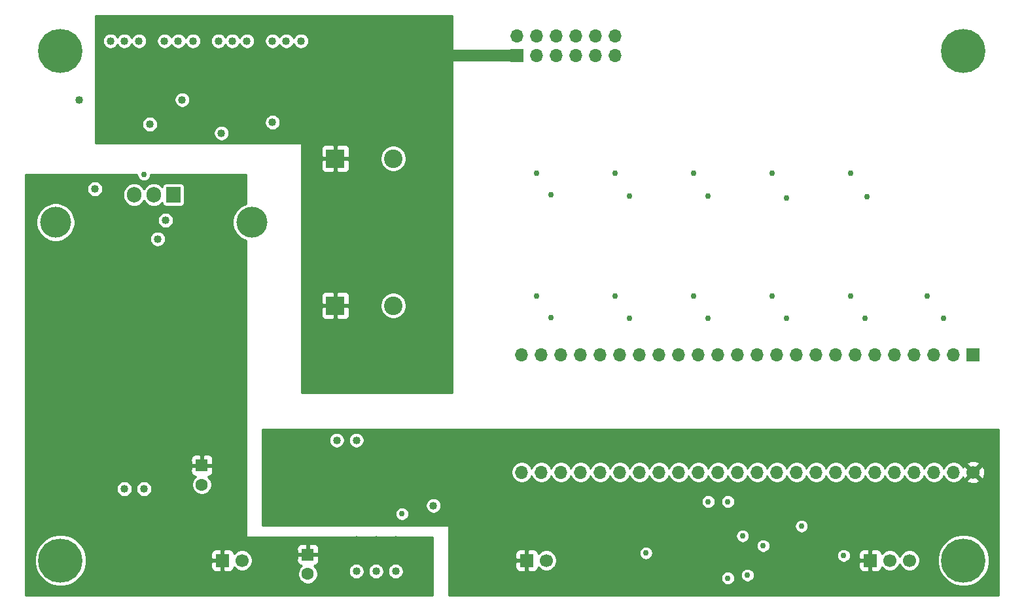
<source format=gbr>
%TF.GenerationSoftware,KiCad,Pcbnew,(5.1.9)-1*%
%TF.CreationDate,2021-10-04T18:28:26-04:00*%
%TF.ProjectId,In9 Music Visualizer RevC,496e3920-4d75-4736-9963-205669737561,rev?*%
%TF.SameCoordinates,Original*%
%TF.FileFunction,Copper,L3,Inr*%
%TF.FilePolarity,Positive*%
%FSLAX46Y46*%
G04 Gerber Fmt 4.6, Leading zero omitted, Abs format (unit mm)*
G04 Created by KiCad (PCBNEW (5.1.9)-1) date 2021-10-04 18:28:26*
%MOMM*%
%LPD*%
G01*
G04 APERTURE LIST*
%TA.AperFunction,ComponentPad*%
%ADD10O,1.905000X2.000000*%
%TD*%
%TA.AperFunction,ComponentPad*%
%ADD11R,1.905000X2.000000*%
%TD*%
%TA.AperFunction,ComponentPad*%
%ADD12C,1.600000*%
%TD*%
%TA.AperFunction,ComponentPad*%
%ADD13R,1.600000X1.600000*%
%TD*%
%TA.AperFunction,ComponentPad*%
%ADD14C,5.715000*%
%TD*%
%TA.AperFunction,ComponentPad*%
%ADD15O,1.700000X1.700000*%
%TD*%
%TA.AperFunction,ComponentPad*%
%ADD16R,1.700000X1.700000*%
%TD*%
%TA.AperFunction,ComponentPad*%
%ADD17C,1.700000*%
%TD*%
%TA.AperFunction,ComponentPad*%
%ADD18C,4.000000*%
%TD*%
%TA.AperFunction,ComponentPad*%
%ADD19C,2.400000*%
%TD*%
%TA.AperFunction,ComponentPad*%
%ADD20R,2.400000X2.400000*%
%TD*%
%TA.AperFunction,ViaPad*%
%ADD21C,0.762000*%
%TD*%
%TA.AperFunction,ViaPad*%
%ADD22C,1.016000*%
%TD*%
%TA.AperFunction,Conductor*%
%ADD23C,1.524000*%
%TD*%
%TA.AperFunction,Conductor*%
%ADD24C,0.254000*%
%TD*%
%TA.AperFunction,Conductor*%
%ADD25C,0.100000*%
%TD*%
G04 APERTURE END LIST*
D10*
%TO.N,Net-(C17-Pad1)*%
%TO.C,Q2*%
X65405000Y-74549000D03*
%TO.N,Net-(D1-Pad2)*%
X67945000Y-74549000D03*
D11*
%TO.N,Net-(Q2-Pad1)*%
X70485000Y-74549000D03*
%TD*%
D12*
%TO.N,GND*%
%TO.C,C22*%
X87884000Y-123658000D03*
D13*
%TO.N,+12V*%
X87884000Y-121158000D03*
%TD*%
D14*
%TO.N,N/C*%
%TO.C,REF\u002A\u002A*%
X172720000Y-121920000D03*
%TD*%
%TO.N,N/C*%
%TO.C,REF\u002A\u002A*%
X172720000Y-55880000D03*
%TD*%
%TO.N,N/C*%
%TO.C,REF\u002A\u002A*%
X55880000Y-121920000D03*
%TD*%
%TO.N,N/C*%
%TO.C,REF\u002A\u002A*%
X55880000Y-55880000D03*
%TD*%
D15*
%TO.N,Net-(J4-Pad12)*%
%TO.C,J4*%
X127635000Y-53975000D03*
%TO.N,Net-(J4-Pad11)*%
X127635000Y-56515000D03*
%TO.N,Net-(J4-Pad10)*%
X125095000Y-53975000D03*
%TO.N,Net-(J4-Pad9)*%
X125095000Y-56515000D03*
%TO.N,Net-(J4-Pad8)*%
X122555000Y-53975000D03*
%TO.N,Net-(J4-Pad7)*%
X122555000Y-56515000D03*
%TO.N,Net-(J4-Pad6)*%
X120015000Y-53975000D03*
%TO.N,Net-(J4-Pad5)*%
X120015000Y-56515000D03*
%TO.N,Net-(J4-Pad4)*%
X117475000Y-53975000D03*
%TO.N,Net-(J4-Pad3)*%
X117475000Y-56515000D03*
%TO.N,Net-(J4-Pad2)*%
X114935000Y-53975000D03*
D16*
%TO.N,150V*%
X114935000Y-56515000D03*
%TD*%
D17*
%TO.N,/MIC_out*%
%TO.C,J3*%
X163195000Y-121920000D03*
D16*
%TO.N,+5V*%
X160655000Y-121920000D03*
D17*
%TO.N,GND*%
X165735000Y-121920000D03*
%TD*%
%TO.N,Net-(J2-Pad2)*%
%TO.C,J2*%
X118745000Y-121920000D03*
D16*
%TO.N,+5V*%
X116205000Y-121920000D03*
%TD*%
D15*
%TO.N,Net-(MCU1-Pad42)*%
%TO.C,MCU1*%
X158750000Y-110490000D03*
%TO.N,Net-(MCU1-Pad41)*%
X156210000Y-110490000D03*
D17*
%TO.N,+5V*%
X173990000Y-110490000D03*
D15*
%TO.N,Net-(MCU1-Pad45)*%
X166370000Y-110490000D03*
%TO.N,GND*%
X171450000Y-110490000D03*
%TO.N,Net-(MCU1-Pad44)*%
X163830000Y-110490000D03*
%TO.N,Net-(MCU1-Pad46)*%
X168910000Y-110490000D03*
%TO.N,Net-(MCU1-Pad43)*%
X161290000Y-110490000D03*
%TO.N,Net-(MCU1-Pad40)*%
X153670000Y-110490000D03*
%TO.N,Net-(MCU1-Pad39)*%
X151130000Y-110490000D03*
%TO.N,/ADC_in*%
X148590000Y-110490000D03*
%TO.N,Net-(MCU1-Pad37)*%
X146050000Y-110490000D03*
%TO.N,Net-(MCU1-Pad36)*%
X143510000Y-110490000D03*
%TO.N,/pwr_led*%
X140970000Y-110490000D03*
%TO.N,Net-(MCU1-Pad29)*%
X125730000Y-110490000D03*
%TO.N,Net-(MCU1-Pad32)*%
X133350000Y-110490000D03*
%TO.N,Net-(MCU1-Pad33)*%
X135890000Y-110490000D03*
%TO.N,GND*%
X138430000Y-110490000D03*
%TO.N,Net-(MCU1-Pad26)*%
X118110000Y-110490000D03*
%TO.N,Net-(MCU1-Pad31)*%
X130810000Y-110490000D03*
%TO.N,Net-(MCU1-Pad28)*%
X123190000Y-110490000D03*
%TO.N,Net-(MCU1-Pad30)*%
X128270000Y-110490000D03*
%TO.N,Net-(MCU1-Pad27)*%
X120650000Y-110490000D03*
%TO.N,Net-(MCU1-Pad25)*%
X115570000Y-110490000D03*
%TO.N,Net-(MCU1-Pad24)*%
X115570000Y-95250000D03*
%TO.N,Net-(MCU1-Pad23)*%
X118110000Y-95250000D03*
%TO.N,/PWM_0*%
X120650000Y-95250000D03*
%TO.N,/PWM_1*%
X123190000Y-95250000D03*
%TO.N,Net-(MCU1-Pad20)*%
X125730000Y-95250000D03*
%TO.N,Net-(MCU1-Pad19)*%
X128270000Y-95250000D03*
%TO.N,Net-(MCU1-Pad18)*%
X130810000Y-95250000D03*
%TO.N,Net-(MCU1-Pad17)*%
X133350000Y-95250000D03*
%TO.N,Net-(MCU1-Pad16)*%
X135890000Y-95250000D03*
%TO.N,Net-(MCU1-Pad15)*%
X138430000Y-95250000D03*
%TO.N,Net-(MCU1-Pad14)*%
X140970000Y-95250000D03*
%TO.N,Net-(MCU1-Pad13)*%
X143510000Y-95250000D03*
%TO.N,/PWM_2*%
X146050000Y-95250000D03*
%TO.N,/PWM_3*%
X148590000Y-95250000D03*
%TO.N,/PWM_4*%
X151130000Y-95250000D03*
%TO.N,/PWM_5*%
X153670000Y-95250000D03*
%TO.N,/PWM_6*%
X156210000Y-95250000D03*
%TO.N,/PWM_7*%
X158750000Y-95250000D03*
%TO.N,/PWM_8*%
X161290000Y-95250000D03*
%TO.N,/PWM_9*%
X163830000Y-95250000D03*
%TO.N,/PWM_10*%
X166370000Y-95250000D03*
%TO.N,Net-(MCU1-Pad3)*%
X168910000Y-95250000D03*
%TO.N,Net-(MCU1-Pad2)*%
X171450000Y-95250000D03*
D16*
%TO.N,GND*%
X173990000Y-95250000D03*
%TD*%
D17*
%TO.N,GND*%
%TO.C,J1*%
X79375000Y-121920000D03*
D16*
%TO.N,+12V*%
X76835000Y-121920000D03*
%TD*%
D18*
%TO.N,N/C*%
%TO.C,HS1*%
X80645000Y-78105000D03*
X55245000Y-78105000D03*
%TD*%
D19*
%TO.N,GND*%
%TO.C,C9*%
X98940000Y-69850000D03*
D20*
%TO.N,150V*%
X91440000Y-69850000D03*
%TD*%
D19*
%TO.N,GND*%
%TO.C,C8*%
X98940000Y-88900000D03*
D20*
%TO.N,150V*%
X91440000Y-88900000D03*
%TD*%
D12*
%TO.N,GND*%
%TO.C,C5*%
X74168000Y-112101000D03*
D13*
%TO.N,+12V*%
X74168000Y-109601000D03*
%TD*%
D21*
%TO.N,GND*%
X100076000Y-115887500D03*
D22*
X104140000Y-114808000D03*
X64135000Y-112649000D03*
X66675000Y-112649000D03*
X83312000Y-54610000D03*
X85090000Y-54610000D03*
X86995000Y-54610000D03*
X76327000Y-54610000D03*
X78105000Y-54610000D03*
X80010000Y-54610000D03*
X69342000Y-54610000D03*
X71120000Y-54610000D03*
X73025000Y-54610000D03*
X62357000Y-54610000D03*
X64135000Y-54610000D03*
X66040000Y-54610000D03*
X83312000Y-65151000D03*
X60325000Y-73787000D03*
X58293000Y-62230000D03*
X68453000Y-80264000D03*
X67437000Y-65405000D03*
X71628000Y-62230000D03*
X76708000Y-66548000D03*
X69469000Y-77851000D03*
D21*
X66675000Y-71882000D03*
X119380000Y-74549000D03*
X117475000Y-71755000D03*
X129540000Y-74676000D03*
X127635000Y-71755000D03*
X137795000Y-71755000D03*
X139700000Y-74676000D03*
X147955000Y-71755000D03*
X149860000Y-74930000D03*
X158115000Y-71755000D03*
X160274000Y-74803000D03*
X117475000Y-87630000D03*
X119380000Y-90424000D03*
X127635000Y-87630000D03*
X129540000Y-90551000D03*
X137795000Y-87630000D03*
X139700000Y-90551000D03*
X147955000Y-87630000D03*
X149860000Y-90551000D03*
X168021000Y-87630000D03*
X170180000Y-90551000D03*
X158115000Y-87630000D03*
X160020000Y-90551000D03*
X142240000Y-114300000D03*
X139700000Y-114300000D03*
X142240000Y-124206000D03*
X157226000Y-121285000D03*
X151765000Y-117475000D03*
X131635500Y-120967500D03*
D22*
X94170500Y-106362500D03*
X91630500Y-106362500D03*
X94170500Y-123317000D03*
X96710500Y-123317000D03*
X99250500Y-123317000D03*
%TO.N,+5V*%
X89090500Y-110426500D03*
X96710500Y-110426500D03*
D21*
X139700000Y-122174000D03*
D22*
X109220000Y-114808000D03*
X106680000Y-114808000D03*
X91630500Y-110426500D03*
X94170500Y-110426500D03*
%TO.N,+12V*%
X60960000Y-107315000D03*
X62865000Y-107315000D03*
X64770000Y-107315000D03*
X66675000Y-107315000D03*
X68580000Y-107315000D03*
X70485000Y-107315000D03*
X72390000Y-107315000D03*
X64135000Y-108585000D03*
X66675000Y-108585000D03*
X57785000Y-73787000D03*
X94170500Y-119253000D03*
X96710500Y-119253000D03*
X99250500Y-119253000D03*
D21*
%TO.N,/ADC_in*%
X146812000Y-120015000D03*
%TO.N,Net-(R1-Pad2)*%
X144145000Y-118745000D03*
X144780000Y-123825000D03*
D22*
%TO.N,150V*%
X83312000Y-59944000D03*
X85090000Y-59944000D03*
X86995000Y-59944000D03*
X76327000Y-59944000D03*
X78105000Y-59944000D03*
X80010000Y-59944000D03*
X69342000Y-59944000D03*
X71120000Y-59944000D03*
X73025000Y-59944000D03*
X62357000Y-59944000D03*
X66040000Y-59944000D03*
X64135000Y-59944000D03*
%TD*%
D23*
%TO.N,150V*%
X114935000Y-56515000D02*
X106045000Y-56515000D01*
%TD*%
D24*
%TO.N,150V*%
X106553000Y-100203000D02*
X87122000Y-100203000D01*
X87122000Y-90100000D01*
X89601928Y-90100000D01*
X89614188Y-90224482D01*
X89650498Y-90344180D01*
X89709463Y-90454494D01*
X89788815Y-90551185D01*
X89885506Y-90630537D01*
X89995820Y-90689502D01*
X90115518Y-90725812D01*
X90240000Y-90738072D01*
X91154250Y-90735000D01*
X91313000Y-90576250D01*
X91313000Y-89027000D01*
X91567000Y-89027000D01*
X91567000Y-90576250D01*
X91725750Y-90735000D01*
X92640000Y-90738072D01*
X92764482Y-90725812D01*
X92884180Y-90689502D01*
X92994494Y-90630537D01*
X93091185Y-90551185D01*
X93170537Y-90454494D01*
X93229502Y-90344180D01*
X93265812Y-90224482D01*
X93278072Y-90100000D01*
X93275000Y-89185750D01*
X93116250Y-89027000D01*
X91567000Y-89027000D01*
X91313000Y-89027000D01*
X89763750Y-89027000D01*
X89605000Y-89185750D01*
X89601928Y-90100000D01*
X87122000Y-90100000D01*
X87122000Y-87700000D01*
X89601928Y-87700000D01*
X89605000Y-88614250D01*
X89763750Y-88773000D01*
X91313000Y-88773000D01*
X91313000Y-87223750D01*
X91567000Y-87223750D01*
X91567000Y-88773000D01*
X93116250Y-88773000D01*
X93157473Y-88731777D01*
X97232000Y-88731777D01*
X97232000Y-89068223D01*
X97297638Y-89398205D01*
X97426390Y-89709041D01*
X97613310Y-89988786D01*
X97851214Y-90226690D01*
X98130959Y-90413610D01*
X98441795Y-90542362D01*
X98771777Y-90608000D01*
X99108223Y-90608000D01*
X99438205Y-90542362D01*
X99749041Y-90413610D01*
X100028786Y-90226690D01*
X100266690Y-89988786D01*
X100453610Y-89709041D01*
X100582362Y-89398205D01*
X100648000Y-89068223D01*
X100648000Y-88731777D01*
X100582362Y-88401795D01*
X100453610Y-88090959D01*
X100266690Y-87811214D01*
X100028786Y-87573310D01*
X99749041Y-87386390D01*
X99438205Y-87257638D01*
X99108223Y-87192000D01*
X98771777Y-87192000D01*
X98441795Y-87257638D01*
X98130959Y-87386390D01*
X97851214Y-87573310D01*
X97613310Y-87811214D01*
X97426390Y-88090959D01*
X97297638Y-88401795D01*
X97232000Y-88731777D01*
X93157473Y-88731777D01*
X93275000Y-88614250D01*
X93278072Y-87700000D01*
X93265812Y-87575518D01*
X93229502Y-87455820D01*
X93170537Y-87345506D01*
X93091185Y-87248815D01*
X92994494Y-87169463D01*
X92884180Y-87110498D01*
X92764482Y-87074188D01*
X92640000Y-87061928D01*
X91725750Y-87065000D01*
X91567000Y-87223750D01*
X91313000Y-87223750D01*
X91154250Y-87065000D01*
X90240000Y-87061928D01*
X90115518Y-87074188D01*
X89995820Y-87110498D01*
X89885506Y-87169463D01*
X89788815Y-87248815D01*
X89709463Y-87345506D01*
X89650498Y-87455820D01*
X89614188Y-87575518D01*
X89601928Y-87700000D01*
X87122000Y-87700000D01*
X87122000Y-71050000D01*
X89601928Y-71050000D01*
X89614188Y-71174482D01*
X89650498Y-71294180D01*
X89709463Y-71404494D01*
X89788815Y-71501185D01*
X89885506Y-71580537D01*
X89995820Y-71639502D01*
X90115518Y-71675812D01*
X90240000Y-71688072D01*
X91154250Y-71685000D01*
X91313000Y-71526250D01*
X91313000Y-69977000D01*
X91567000Y-69977000D01*
X91567000Y-71526250D01*
X91725750Y-71685000D01*
X92640000Y-71688072D01*
X92764482Y-71675812D01*
X92884180Y-71639502D01*
X92994494Y-71580537D01*
X93091185Y-71501185D01*
X93170537Y-71404494D01*
X93229502Y-71294180D01*
X93265812Y-71174482D01*
X93278072Y-71050000D01*
X93275000Y-70135750D01*
X93116250Y-69977000D01*
X91567000Y-69977000D01*
X91313000Y-69977000D01*
X89763750Y-69977000D01*
X89605000Y-70135750D01*
X89601928Y-71050000D01*
X87122000Y-71050000D01*
X87122000Y-68650000D01*
X89601928Y-68650000D01*
X89605000Y-69564250D01*
X89763750Y-69723000D01*
X91313000Y-69723000D01*
X91313000Y-68173750D01*
X91567000Y-68173750D01*
X91567000Y-69723000D01*
X93116250Y-69723000D01*
X93157473Y-69681777D01*
X97232000Y-69681777D01*
X97232000Y-70018223D01*
X97297638Y-70348205D01*
X97426390Y-70659041D01*
X97613310Y-70938786D01*
X97851214Y-71176690D01*
X98130959Y-71363610D01*
X98441795Y-71492362D01*
X98771777Y-71558000D01*
X99108223Y-71558000D01*
X99438205Y-71492362D01*
X99749041Y-71363610D01*
X100028786Y-71176690D01*
X100266690Y-70938786D01*
X100453610Y-70659041D01*
X100582362Y-70348205D01*
X100648000Y-70018223D01*
X100648000Y-69681777D01*
X100582362Y-69351795D01*
X100453610Y-69040959D01*
X100266690Y-68761214D01*
X100028786Y-68523310D01*
X99749041Y-68336390D01*
X99438205Y-68207638D01*
X99108223Y-68142000D01*
X98771777Y-68142000D01*
X98441795Y-68207638D01*
X98130959Y-68336390D01*
X97851214Y-68523310D01*
X97613310Y-68761214D01*
X97426390Y-69040959D01*
X97297638Y-69351795D01*
X97232000Y-69681777D01*
X93157473Y-69681777D01*
X93275000Y-69564250D01*
X93278072Y-68650000D01*
X93265812Y-68525518D01*
X93229502Y-68405820D01*
X93170537Y-68295506D01*
X93091185Y-68198815D01*
X92994494Y-68119463D01*
X92884180Y-68060498D01*
X92764482Y-68024188D01*
X92640000Y-68011928D01*
X91725750Y-68015000D01*
X91567000Y-68173750D01*
X91313000Y-68173750D01*
X91154250Y-68015000D01*
X90240000Y-68011928D01*
X90115518Y-68024188D01*
X89995820Y-68060498D01*
X89885506Y-68119463D01*
X89788815Y-68198815D01*
X89709463Y-68295506D01*
X89650498Y-68405820D01*
X89614188Y-68525518D01*
X89601928Y-68650000D01*
X87122000Y-68650000D01*
X87122000Y-67945000D01*
X87119560Y-67920224D01*
X87112333Y-67896399D01*
X87100597Y-67874443D01*
X87084803Y-67855197D01*
X87065557Y-67839403D01*
X87043601Y-67827667D01*
X87019776Y-67820440D01*
X86995000Y-67818000D01*
X60452000Y-67818000D01*
X60452000Y-66447933D01*
X75692000Y-66447933D01*
X75692000Y-66648067D01*
X75731044Y-66844356D01*
X75807632Y-67029256D01*
X75918821Y-67195662D01*
X76060338Y-67337179D01*
X76226744Y-67448368D01*
X76411644Y-67524956D01*
X76607933Y-67564000D01*
X76808067Y-67564000D01*
X77004356Y-67524956D01*
X77189256Y-67448368D01*
X77355662Y-67337179D01*
X77497179Y-67195662D01*
X77608368Y-67029256D01*
X77684956Y-66844356D01*
X77724000Y-66648067D01*
X77724000Y-66447933D01*
X77684956Y-66251644D01*
X77608368Y-66066744D01*
X77497179Y-65900338D01*
X77355662Y-65758821D01*
X77189256Y-65647632D01*
X77004356Y-65571044D01*
X76808067Y-65532000D01*
X76607933Y-65532000D01*
X76411644Y-65571044D01*
X76226744Y-65647632D01*
X76060338Y-65758821D01*
X75918821Y-65900338D01*
X75807632Y-66066744D01*
X75731044Y-66251644D01*
X75692000Y-66447933D01*
X60452000Y-66447933D01*
X60452000Y-65304933D01*
X66421000Y-65304933D01*
X66421000Y-65505067D01*
X66460044Y-65701356D01*
X66536632Y-65886256D01*
X66647821Y-66052662D01*
X66789338Y-66194179D01*
X66955744Y-66305368D01*
X67140644Y-66381956D01*
X67336933Y-66421000D01*
X67537067Y-66421000D01*
X67733356Y-66381956D01*
X67918256Y-66305368D01*
X68084662Y-66194179D01*
X68226179Y-66052662D01*
X68337368Y-65886256D01*
X68413956Y-65701356D01*
X68453000Y-65505067D01*
X68453000Y-65304933D01*
X68413956Y-65108644D01*
X68390052Y-65050933D01*
X82296000Y-65050933D01*
X82296000Y-65251067D01*
X82335044Y-65447356D01*
X82411632Y-65632256D01*
X82522821Y-65798662D01*
X82664338Y-65940179D01*
X82830744Y-66051368D01*
X83015644Y-66127956D01*
X83211933Y-66167000D01*
X83412067Y-66167000D01*
X83608356Y-66127956D01*
X83793256Y-66051368D01*
X83959662Y-65940179D01*
X84101179Y-65798662D01*
X84212368Y-65632256D01*
X84288956Y-65447356D01*
X84328000Y-65251067D01*
X84328000Y-65050933D01*
X84288956Y-64854644D01*
X84212368Y-64669744D01*
X84101179Y-64503338D01*
X83959662Y-64361821D01*
X83793256Y-64250632D01*
X83608356Y-64174044D01*
X83412067Y-64135000D01*
X83211933Y-64135000D01*
X83015644Y-64174044D01*
X82830744Y-64250632D01*
X82664338Y-64361821D01*
X82522821Y-64503338D01*
X82411632Y-64669744D01*
X82335044Y-64854644D01*
X82296000Y-65050933D01*
X68390052Y-65050933D01*
X68337368Y-64923744D01*
X68226179Y-64757338D01*
X68084662Y-64615821D01*
X67918256Y-64504632D01*
X67733356Y-64428044D01*
X67537067Y-64389000D01*
X67336933Y-64389000D01*
X67140644Y-64428044D01*
X66955744Y-64504632D01*
X66789338Y-64615821D01*
X66647821Y-64757338D01*
X66536632Y-64923744D01*
X66460044Y-65108644D01*
X66421000Y-65304933D01*
X60452000Y-65304933D01*
X60452000Y-62129933D01*
X70612000Y-62129933D01*
X70612000Y-62330067D01*
X70651044Y-62526356D01*
X70727632Y-62711256D01*
X70838821Y-62877662D01*
X70980338Y-63019179D01*
X71146744Y-63130368D01*
X71331644Y-63206956D01*
X71527933Y-63246000D01*
X71728067Y-63246000D01*
X71924356Y-63206956D01*
X72109256Y-63130368D01*
X72275662Y-63019179D01*
X72417179Y-62877662D01*
X72528368Y-62711256D01*
X72604956Y-62526356D01*
X72644000Y-62330067D01*
X72644000Y-62129933D01*
X72604956Y-61933644D01*
X72528368Y-61748744D01*
X72417179Y-61582338D01*
X72275662Y-61440821D01*
X72109256Y-61329632D01*
X71924356Y-61253044D01*
X71728067Y-61214000D01*
X71527933Y-61214000D01*
X71331644Y-61253044D01*
X71146744Y-61329632D01*
X70980338Y-61440821D01*
X70838821Y-61582338D01*
X70727632Y-61748744D01*
X70651044Y-61933644D01*
X70612000Y-62129933D01*
X60452000Y-62129933D01*
X60452000Y-54509933D01*
X61341000Y-54509933D01*
X61341000Y-54710067D01*
X61380044Y-54906356D01*
X61456632Y-55091256D01*
X61567821Y-55257662D01*
X61709338Y-55399179D01*
X61875744Y-55510368D01*
X62060644Y-55586956D01*
X62256933Y-55626000D01*
X62457067Y-55626000D01*
X62653356Y-55586956D01*
X62838256Y-55510368D01*
X63004662Y-55399179D01*
X63146179Y-55257662D01*
X63246000Y-55108269D01*
X63345821Y-55257662D01*
X63487338Y-55399179D01*
X63653744Y-55510368D01*
X63838644Y-55586956D01*
X64034933Y-55626000D01*
X64235067Y-55626000D01*
X64431356Y-55586956D01*
X64616256Y-55510368D01*
X64782662Y-55399179D01*
X64924179Y-55257662D01*
X65035368Y-55091256D01*
X65087500Y-54965398D01*
X65139632Y-55091256D01*
X65250821Y-55257662D01*
X65392338Y-55399179D01*
X65558744Y-55510368D01*
X65743644Y-55586956D01*
X65939933Y-55626000D01*
X66140067Y-55626000D01*
X66336356Y-55586956D01*
X66521256Y-55510368D01*
X66687662Y-55399179D01*
X66829179Y-55257662D01*
X66940368Y-55091256D01*
X67016956Y-54906356D01*
X67056000Y-54710067D01*
X67056000Y-54509933D01*
X68326000Y-54509933D01*
X68326000Y-54710067D01*
X68365044Y-54906356D01*
X68441632Y-55091256D01*
X68552821Y-55257662D01*
X68694338Y-55399179D01*
X68860744Y-55510368D01*
X69045644Y-55586956D01*
X69241933Y-55626000D01*
X69442067Y-55626000D01*
X69638356Y-55586956D01*
X69823256Y-55510368D01*
X69989662Y-55399179D01*
X70131179Y-55257662D01*
X70231000Y-55108269D01*
X70330821Y-55257662D01*
X70472338Y-55399179D01*
X70638744Y-55510368D01*
X70823644Y-55586956D01*
X71019933Y-55626000D01*
X71220067Y-55626000D01*
X71416356Y-55586956D01*
X71601256Y-55510368D01*
X71767662Y-55399179D01*
X71909179Y-55257662D01*
X72020368Y-55091256D01*
X72072500Y-54965398D01*
X72124632Y-55091256D01*
X72235821Y-55257662D01*
X72377338Y-55399179D01*
X72543744Y-55510368D01*
X72728644Y-55586956D01*
X72924933Y-55626000D01*
X73125067Y-55626000D01*
X73321356Y-55586956D01*
X73506256Y-55510368D01*
X73672662Y-55399179D01*
X73814179Y-55257662D01*
X73925368Y-55091256D01*
X74001956Y-54906356D01*
X74041000Y-54710067D01*
X74041000Y-54509933D01*
X75311000Y-54509933D01*
X75311000Y-54710067D01*
X75350044Y-54906356D01*
X75426632Y-55091256D01*
X75537821Y-55257662D01*
X75679338Y-55399179D01*
X75845744Y-55510368D01*
X76030644Y-55586956D01*
X76226933Y-55626000D01*
X76427067Y-55626000D01*
X76623356Y-55586956D01*
X76808256Y-55510368D01*
X76974662Y-55399179D01*
X77116179Y-55257662D01*
X77216000Y-55108269D01*
X77315821Y-55257662D01*
X77457338Y-55399179D01*
X77623744Y-55510368D01*
X77808644Y-55586956D01*
X78004933Y-55626000D01*
X78205067Y-55626000D01*
X78401356Y-55586956D01*
X78586256Y-55510368D01*
X78752662Y-55399179D01*
X78894179Y-55257662D01*
X79005368Y-55091256D01*
X79057500Y-54965398D01*
X79109632Y-55091256D01*
X79220821Y-55257662D01*
X79362338Y-55399179D01*
X79528744Y-55510368D01*
X79713644Y-55586956D01*
X79909933Y-55626000D01*
X80110067Y-55626000D01*
X80306356Y-55586956D01*
X80491256Y-55510368D01*
X80657662Y-55399179D01*
X80799179Y-55257662D01*
X80910368Y-55091256D01*
X80986956Y-54906356D01*
X81026000Y-54710067D01*
X81026000Y-54509933D01*
X82296000Y-54509933D01*
X82296000Y-54710067D01*
X82335044Y-54906356D01*
X82411632Y-55091256D01*
X82522821Y-55257662D01*
X82664338Y-55399179D01*
X82830744Y-55510368D01*
X83015644Y-55586956D01*
X83211933Y-55626000D01*
X83412067Y-55626000D01*
X83608356Y-55586956D01*
X83793256Y-55510368D01*
X83959662Y-55399179D01*
X84101179Y-55257662D01*
X84201000Y-55108269D01*
X84300821Y-55257662D01*
X84442338Y-55399179D01*
X84608744Y-55510368D01*
X84793644Y-55586956D01*
X84989933Y-55626000D01*
X85190067Y-55626000D01*
X85386356Y-55586956D01*
X85571256Y-55510368D01*
X85737662Y-55399179D01*
X85879179Y-55257662D01*
X85990368Y-55091256D01*
X86042500Y-54965398D01*
X86094632Y-55091256D01*
X86205821Y-55257662D01*
X86347338Y-55399179D01*
X86513744Y-55510368D01*
X86698644Y-55586956D01*
X86894933Y-55626000D01*
X87095067Y-55626000D01*
X87291356Y-55586956D01*
X87476256Y-55510368D01*
X87642662Y-55399179D01*
X87784179Y-55257662D01*
X87895368Y-55091256D01*
X87971956Y-54906356D01*
X88011000Y-54710067D01*
X88011000Y-54509933D01*
X87971956Y-54313644D01*
X87895368Y-54128744D01*
X87784179Y-53962338D01*
X87642662Y-53820821D01*
X87476256Y-53709632D01*
X87291356Y-53633044D01*
X87095067Y-53594000D01*
X86894933Y-53594000D01*
X86698644Y-53633044D01*
X86513744Y-53709632D01*
X86347338Y-53820821D01*
X86205821Y-53962338D01*
X86094632Y-54128744D01*
X86042500Y-54254602D01*
X85990368Y-54128744D01*
X85879179Y-53962338D01*
X85737662Y-53820821D01*
X85571256Y-53709632D01*
X85386356Y-53633044D01*
X85190067Y-53594000D01*
X84989933Y-53594000D01*
X84793644Y-53633044D01*
X84608744Y-53709632D01*
X84442338Y-53820821D01*
X84300821Y-53962338D01*
X84201000Y-54111731D01*
X84101179Y-53962338D01*
X83959662Y-53820821D01*
X83793256Y-53709632D01*
X83608356Y-53633044D01*
X83412067Y-53594000D01*
X83211933Y-53594000D01*
X83015644Y-53633044D01*
X82830744Y-53709632D01*
X82664338Y-53820821D01*
X82522821Y-53962338D01*
X82411632Y-54128744D01*
X82335044Y-54313644D01*
X82296000Y-54509933D01*
X81026000Y-54509933D01*
X80986956Y-54313644D01*
X80910368Y-54128744D01*
X80799179Y-53962338D01*
X80657662Y-53820821D01*
X80491256Y-53709632D01*
X80306356Y-53633044D01*
X80110067Y-53594000D01*
X79909933Y-53594000D01*
X79713644Y-53633044D01*
X79528744Y-53709632D01*
X79362338Y-53820821D01*
X79220821Y-53962338D01*
X79109632Y-54128744D01*
X79057500Y-54254602D01*
X79005368Y-54128744D01*
X78894179Y-53962338D01*
X78752662Y-53820821D01*
X78586256Y-53709632D01*
X78401356Y-53633044D01*
X78205067Y-53594000D01*
X78004933Y-53594000D01*
X77808644Y-53633044D01*
X77623744Y-53709632D01*
X77457338Y-53820821D01*
X77315821Y-53962338D01*
X77216000Y-54111731D01*
X77116179Y-53962338D01*
X76974662Y-53820821D01*
X76808256Y-53709632D01*
X76623356Y-53633044D01*
X76427067Y-53594000D01*
X76226933Y-53594000D01*
X76030644Y-53633044D01*
X75845744Y-53709632D01*
X75679338Y-53820821D01*
X75537821Y-53962338D01*
X75426632Y-54128744D01*
X75350044Y-54313644D01*
X75311000Y-54509933D01*
X74041000Y-54509933D01*
X74001956Y-54313644D01*
X73925368Y-54128744D01*
X73814179Y-53962338D01*
X73672662Y-53820821D01*
X73506256Y-53709632D01*
X73321356Y-53633044D01*
X73125067Y-53594000D01*
X72924933Y-53594000D01*
X72728644Y-53633044D01*
X72543744Y-53709632D01*
X72377338Y-53820821D01*
X72235821Y-53962338D01*
X72124632Y-54128744D01*
X72072500Y-54254602D01*
X72020368Y-54128744D01*
X71909179Y-53962338D01*
X71767662Y-53820821D01*
X71601256Y-53709632D01*
X71416356Y-53633044D01*
X71220067Y-53594000D01*
X71019933Y-53594000D01*
X70823644Y-53633044D01*
X70638744Y-53709632D01*
X70472338Y-53820821D01*
X70330821Y-53962338D01*
X70231000Y-54111731D01*
X70131179Y-53962338D01*
X69989662Y-53820821D01*
X69823256Y-53709632D01*
X69638356Y-53633044D01*
X69442067Y-53594000D01*
X69241933Y-53594000D01*
X69045644Y-53633044D01*
X68860744Y-53709632D01*
X68694338Y-53820821D01*
X68552821Y-53962338D01*
X68441632Y-54128744D01*
X68365044Y-54313644D01*
X68326000Y-54509933D01*
X67056000Y-54509933D01*
X67016956Y-54313644D01*
X66940368Y-54128744D01*
X66829179Y-53962338D01*
X66687662Y-53820821D01*
X66521256Y-53709632D01*
X66336356Y-53633044D01*
X66140067Y-53594000D01*
X65939933Y-53594000D01*
X65743644Y-53633044D01*
X65558744Y-53709632D01*
X65392338Y-53820821D01*
X65250821Y-53962338D01*
X65139632Y-54128744D01*
X65087500Y-54254602D01*
X65035368Y-54128744D01*
X64924179Y-53962338D01*
X64782662Y-53820821D01*
X64616256Y-53709632D01*
X64431356Y-53633044D01*
X64235067Y-53594000D01*
X64034933Y-53594000D01*
X63838644Y-53633044D01*
X63653744Y-53709632D01*
X63487338Y-53820821D01*
X63345821Y-53962338D01*
X63246000Y-54111731D01*
X63146179Y-53962338D01*
X63004662Y-53820821D01*
X62838256Y-53709632D01*
X62653356Y-53633044D01*
X62457067Y-53594000D01*
X62256933Y-53594000D01*
X62060644Y-53633044D01*
X61875744Y-53709632D01*
X61709338Y-53820821D01*
X61567821Y-53962338D01*
X61456632Y-54128744D01*
X61380044Y-54313644D01*
X61341000Y-54509933D01*
X60452000Y-54509933D01*
X60452000Y-51333000D01*
X106553000Y-51333000D01*
X106553000Y-100203000D01*
%TA.AperFunction,Conductor*%
D25*
G36*
X106553000Y-100203000D02*
G01*
X87122000Y-100203000D01*
X87122000Y-90100000D01*
X89601928Y-90100000D01*
X89614188Y-90224482D01*
X89650498Y-90344180D01*
X89709463Y-90454494D01*
X89788815Y-90551185D01*
X89885506Y-90630537D01*
X89995820Y-90689502D01*
X90115518Y-90725812D01*
X90240000Y-90738072D01*
X91154250Y-90735000D01*
X91313000Y-90576250D01*
X91313000Y-89027000D01*
X91567000Y-89027000D01*
X91567000Y-90576250D01*
X91725750Y-90735000D01*
X92640000Y-90738072D01*
X92764482Y-90725812D01*
X92884180Y-90689502D01*
X92994494Y-90630537D01*
X93091185Y-90551185D01*
X93170537Y-90454494D01*
X93229502Y-90344180D01*
X93265812Y-90224482D01*
X93278072Y-90100000D01*
X93275000Y-89185750D01*
X93116250Y-89027000D01*
X91567000Y-89027000D01*
X91313000Y-89027000D01*
X89763750Y-89027000D01*
X89605000Y-89185750D01*
X89601928Y-90100000D01*
X87122000Y-90100000D01*
X87122000Y-87700000D01*
X89601928Y-87700000D01*
X89605000Y-88614250D01*
X89763750Y-88773000D01*
X91313000Y-88773000D01*
X91313000Y-87223750D01*
X91567000Y-87223750D01*
X91567000Y-88773000D01*
X93116250Y-88773000D01*
X93157473Y-88731777D01*
X97232000Y-88731777D01*
X97232000Y-89068223D01*
X97297638Y-89398205D01*
X97426390Y-89709041D01*
X97613310Y-89988786D01*
X97851214Y-90226690D01*
X98130959Y-90413610D01*
X98441795Y-90542362D01*
X98771777Y-90608000D01*
X99108223Y-90608000D01*
X99438205Y-90542362D01*
X99749041Y-90413610D01*
X100028786Y-90226690D01*
X100266690Y-89988786D01*
X100453610Y-89709041D01*
X100582362Y-89398205D01*
X100648000Y-89068223D01*
X100648000Y-88731777D01*
X100582362Y-88401795D01*
X100453610Y-88090959D01*
X100266690Y-87811214D01*
X100028786Y-87573310D01*
X99749041Y-87386390D01*
X99438205Y-87257638D01*
X99108223Y-87192000D01*
X98771777Y-87192000D01*
X98441795Y-87257638D01*
X98130959Y-87386390D01*
X97851214Y-87573310D01*
X97613310Y-87811214D01*
X97426390Y-88090959D01*
X97297638Y-88401795D01*
X97232000Y-88731777D01*
X93157473Y-88731777D01*
X93275000Y-88614250D01*
X93278072Y-87700000D01*
X93265812Y-87575518D01*
X93229502Y-87455820D01*
X93170537Y-87345506D01*
X93091185Y-87248815D01*
X92994494Y-87169463D01*
X92884180Y-87110498D01*
X92764482Y-87074188D01*
X92640000Y-87061928D01*
X91725750Y-87065000D01*
X91567000Y-87223750D01*
X91313000Y-87223750D01*
X91154250Y-87065000D01*
X90240000Y-87061928D01*
X90115518Y-87074188D01*
X89995820Y-87110498D01*
X89885506Y-87169463D01*
X89788815Y-87248815D01*
X89709463Y-87345506D01*
X89650498Y-87455820D01*
X89614188Y-87575518D01*
X89601928Y-87700000D01*
X87122000Y-87700000D01*
X87122000Y-71050000D01*
X89601928Y-71050000D01*
X89614188Y-71174482D01*
X89650498Y-71294180D01*
X89709463Y-71404494D01*
X89788815Y-71501185D01*
X89885506Y-71580537D01*
X89995820Y-71639502D01*
X90115518Y-71675812D01*
X90240000Y-71688072D01*
X91154250Y-71685000D01*
X91313000Y-71526250D01*
X91313000Y-69977000D01*
X91567000Y-69977000D01*
X91567000Y-71526250D01*
X91725750Y-71685000D01*
X92640000Y-71688072D01*
X92764482Y-71675812D01*
X92884180Y-71639502D01*
X92994494Y-71580537D01*
X93091185Y-71501185D01*
X93170537Y-71404494D01*
X93229502Y-71294180D01*
X93265812Y-71174482D01*
X93278072Y-71050000D01*
X93275000Y-70135750D01*
X93116250Y-69977000D01*
X91567000Y-69977000D01*
X91313000Y-69977000D01*
X89763750Y-69977000D01*
X89605000Y-70135750D01*
X89601928Y-71050000D01*
X87122000Y-71050000D01*
X87122000Y-68650000D01*
X89601928Y-68650000D01*
X89605000Y-69564250D01*
X89763750Y-69723000D01*
X91313000Y-69723000D01*
X91313000Y-68173750D01*
X91567000Y-68173750D01*
X91567000Y-69723000D01*
X93116250Y-69723000D01*
X93157473Y-69681777D01*
X97232000Y-69681777D01*
X97232000Y-70018223D01*
X97297638Y-70348205D01*
X97426390Y-70659041D01*
X97613310Y-70938786D01*
X97851214Y-71176690D01*
X98130959Y-71363610D01*
X98441795Y-71492362D01*
X98771777Y-71558000D01*
X99108223Y-71558000D01*
X99438205Y-71492362D01*
X99749041Y-71363610D01*
X100028786Y-71176690D01*
X100266690Y-70938786D01*
X100453610Y-70659041D01*
X100582362Y-70348205D01*
X100648000Y-70018223D01*
X100648000Y-69681777D01*
X100582362Y-69351795D01*
X100453610Y-69040959D01*
X100266690Y-68761214D01*
X100028786Y-68523310D01*
X99749041Y-68336390D01*
X99438205Y-68207638D01*
X99108223Y-68142000D01*
X98771777Y-68142000D01*
X98441795Y-68207638D01*
X98130959Y-68336390D01*
X97851214Y-68523310D01*
X97613310Y-68761214D01*
X97426390Y-69040959D01*
X97297638Y-69351795D01*
X97232000Y-69681777D01*
X93157473Y-69681777D01*
X93275000Y-69564250D01*
X93278072Y-68650000D01*
X93265812Y-68525518D01*
X93229502Y-68405820D01*
X93170537Y-68295506D01*
X93091185Y-68198815D01*
X92994494Y-68119463D01*
X92884180Y-68060498D01*
X92764482Y-68024188D01*
X92640000Y-68011928D01*
X91725750Y-68015000D01*
X91567000Y-68173750D01*
X91313000Y-68173750D01*
X91154250Y-68015000D01*
X90240000Y-68011928D01*
X90115518Y-68024188D01*
X89995820Y-68060498D01*
X89885506Y-68119463D01*
X89788815Y-68198815D01*
X89709463Y-68295506D01*
X89650498Y-68405820D01*
X89614188Y-68525518D01*
X89601928Y-68650000D01*
X87122000Y-68650000D01*
X87122000Y-67945000D01*
X87119560Y-67920224D01*
X87112333Y-67896399D01*
X87100597Y-67874443D01*
X87084803Y-67855197D01*
X87065557Y-67839403D01*
X87043601Y-67827667D01*
X87019776Y-67820440D01*
X86995000Y-67818000D01*
X60452000Y-67818000D01*
X60452000Y-66447933D01*
X75692000Y-66447933D01*
X75692000Y-66648067D01*
X75731044Y-66844356D01*
X75807632Y-67029256D01*
X75918821Y-67195662D01*
X76060338Y-67337179D01*
X76226744Y-67448368D01*
X76411644Y-67524956D01*
X76607933Y-67564000D01*
X76808067Y-67564000D01*
X77004356Y-67524956D01*
X77189256Y-67448368D01*
X77355662Y-67337179D01*
X77497179Y-67195662D01*
X77608368Y-67029256D01*
X77684956Y-66844356D01*
X77724000Y-66648067D01*
X77724000Y-66447933D01*
X77684956Y-66251644D01*
X77608368Y-66066744D01*
X77497179Y-65900338D01*
X77355662Y-65758821D01*
X77189256Y-65647632D01*
X77004356Y-65571044D01*
X76808067Y-65532000D01*
X76607933Y-65532000D01*
X76411644Y-65571044D01*
X76226744Y-65647632D01*
X76060338Y-65758821D01*
X75918821Y-65900338D01*
X75807632Y-66066744D01*
X75731044Y-66251644D01*
X75692000Y-66447933D01*
X60452000Y-66447933D01*
X60452000Y-65304933D01*
X66421000Y-65304933D01*
X66421000Y-65505067D01*
X66460044Y-65701356D01*
X66536632Y-65886256D01*
X66647821Y-66052662D01*
X66789338Y-66194179D01*
X66955744Y-66305368D01*
X67140644Y-66381956D01*
X67336933Y-66421000D01*
X67537067Y-66421000D01*
X67733356Y-66381956D01*
X67918256Y-66305368D01*
X68084662Y-66194179D01*
X68226179Y-66052662D01*
X68337368Y-65886256D01*
X68413956Y-65701356D01*
X68453000Y-65505067D01*
X68453000Y-65304933D01*
X68413956Y-65108644D01*
X68390052Y-65050933D01*
X82296000Y-65050933D01*
X82296000Y-65251067D01*
X82335044Y-65447356D01*
X82411632Y-65632256D01*
X82522821Y-65798662D01*
X82664338Y-65940179D01*
X82830744Y-66051368D01*
X83015644Y-66127956D01*
X83211933Y-66167000D01*
X83412067Y-66167000D01*
X83608356Y-66127956D01*
X83793256Y-66051368D01*
X83959662Y-65940179D01*
X84101179Y-65798662D01*
X84212368Y-65632256D01*
X84288956Y-65447356D01*
X84328000Y-65251067D01*
X84328000Y-65050933D01*
X84288956Y-64854644D01*
X84212368Y-64669744D01*
X84101179Y-64503338D01*
X83959662Y-64361821D01*
X83793256Y-64250632D01*
X83608356Y-64174044D01*
X83412067Y-64135000D01*
X83211933Y-64135000D01*
X83015644Y-64174044D01*
X82830744Y-64250632D01*
X82664338Y-64361821D01*
X82522821Y-64503338D01*
X82411632Y-64669744D01*
X82335044Y-64854644D01*
X82296000Y-65050933D01*
X68390052Y-65050933D01*
X68337368Y-64923744D01*
X68226179Y-64757338D01*
X68084662Y-64615821D01*
X67918256Y-64504632D01*
X67733356Y-64428044D01*
X67537067Y-64389000D01*
X67336933Y-64389000D01*
X67140644Y-64428044D01*
X66955744Y-64504632D01*
X66789338Y-64615821D01*
X66647821Y-64757338D01*
X66536632Y-64923744D01*
X66460044Y-65108644D01*
X66421000Y-65304933D01*
X60452000Y-65304933D01*
X60452000Y-62129933D01*
X70612000Y-62129933D01*
X70612000Y-62330067D01*
X70651044Y-62526356D01*
X70727632Y-62711256D01*
X70838821Y-62877662D01*
X70980338Y-63019179D01*
X71146744Y-63130368D01*
X71331644Y-63206956D01*
X71527933Y-63246000D01*
X71728067Y-63246000D01*
X71924356Y-63206956D01*
X72109256Y-63130368D01*
X72275662Y-63019179D01*
X72417179Y-62877662D01*
X72528368Y-62711256D01*
X72604956Y-62526356D01*
X72644000Y-62330067D01*
X72644000Y-62129933D01*
X72604956Y-61933644D01*
X72528368Y-61748744D01*
X72417179Y-61582338D01*
X72275662Y-61440821D01*
X72109256Y-61329632D01*
X71924356Y-61253044D01*
X71728067Y-61214000D01*
X71527933Y-61214000D01*
X71331644Y-61253044D01*
X71146744Y-61329632D01*
X70980338Y-61440821D01*
X70838821Y-61582338D01*
X70727632Y-61748744D01*
X70651044Y-61933644D01*
X70612000Y-62129933D01*
X60452000Y-62129933D01*
X60452000Y-54509933D01*
X61341000Y-54509933D01*
X61341000Y-54710067D01*
X61380044Y-54906356D01*
X61456632Y-55091256D01*
X61567821Y-55257662D01*
X61709338Y-55399179D01*
X61875744Y-55510368D01*
X62060644Y-55586956D01*
X62256933Y-55626000D01*
X62457067Y-55626000D01*
X62653356Y-55586956D01*
X62838256Y-55510368D01*
X63004662Y-55399179D01*
X63146179Y-55257662D01*
X63246000Y-55108269D01*
X63345821Y-55257662D01*
X63487338Y-55399179D01*
X63653744Y-55510368D01*
X63838644Y-55586956D01*
X64034933Y-55626000D01*
X64235067Y-55626000D01*
X64431356Y-55586956D01*
X64616256Y-55510368D01*
X64782662Y-55399179D01*
X64924179Y-55257662D01*
X65035368Y-55091256D01*
X65087500Y-54965398D01*
X65139632Y-55091256D01*
X65250821Y-55257662D01*
X65392338Y-55399179D01*
X65558744Y-55510368D01*
X65743644Y-55586956D01*
X65939933Y-55626000D01*
X66140067Y-55626000D01*
X66336356Y-55586956D01*
X66521256Y-55510368D01*
X66687662Y-55399179D01*
X66829179Y-55257662D01*
X66940368Y-55091256D01*
X67016956Y-54906356D01*
X67056000Y-54710067D01*
X67056000Y-54509933D01*
X68326000Y-54509933D01*
X68326000Y-54710067D01*
X68365044Y-54906356D01*
X68441632Y-55091256D01*
X68552821Y-55257662D01*
X68694338Y-55399179D01*
X68860744Y-55510368D01*
X69045644Y-55586956D01*
X69241933Y-55626000D01*
X69442067Y-55626000D01*
X69638356Y-55586956D01*
X69823256Y-55510368D01*
X69989662Y-55399179D01*
X70131179Y-55257662D01*
X70231000Y-55108269D01*
X70330821Y-55257662D01*
X70472338Y-55399179D01*
X70638744Y-55510368D01*
X70823644Y-55586956D01*
X71019933Y-55626000D01*
X71220067Y-55626000D01*
X71416356Y-55586956D01*
X71601256Y-55510368D01*
X71767662Y-55399179D01*
X71909179Y-55257662D01*
X72020368Y-55091256D01*
X72072500Y-54965398D01*
X72124632Y-55091256D01*
X72235821Y-55257662D01*
X72377338Y-55399179D01*
X72543744Y-55510368D01*
X72728644Y-55586956D01*
X72924933Y-55626000D01*
X73125067Y-55626000D01*
X73321356Y-55586956D01*
X73506256Y-55510368D01*
X73672662Y-55399179D01*
X73814179Y-55257662D01*
X73925368Y-55091256D01*
X74001956Y-54906356D01*
X74041000Y-54710067D01*
X74041000Y-54509933D01*
X75311000Y-54509933D01*
X75311000Y-54710067D01*
X75350044Y-54906356D01*
X75426632Y-55091256D01*
X75537821Y-55257662D01*
X75679338Y-55399179D01*
X75845744Y-55510368D01*
X76030644Y-55586956D01*
X76226933Y-55626000D01*
X76427067Y-55626000D01*
X76623356Y-55586956D01*
X76808256Y-55510368D01*
X76974662Y-55399179D01*
X77116179Y-55257662D01*
X77216000Y-55108269D01*
X77315821Y-55257662D01*
X77457338Y-55399179D01*
X77623744Y-55510368D01*
X77808644Y-55586956D01*
X78004933Y-55626000D01*
X78205067Y-55626000D01*
X78401356Y-55586956D01*
X78586256Y-55510368D01*
X78752662Y-55399179D01*
X78894179Y-55257662D01*
X79005368Y-55091256D01*
X79057500Y-54965398D01*
X79109632Y-55091256D01*
X79220821Y-55257662D01*
X79362338Y-55399179D01*
X79528744Y-55510368D01*
X79713644Y-55586956D01*
X79909933Y-55626000D01*
X80110067Y-55626000D01*
X80306356Y-55586956D01*
X80491256Y-55510368D01*
X80657662Y-55399179D01*
X80799179Y-55257662D01*
X80910368Y-55091256D01*
X80986956Y-54906356D01*
X81026000Y-54710067D01*
X81026000Y-54509933D01*
X82296000Y-54509933D01*
X82296000Y-54710067D01*
X82335044Y-54906356D01*
X82411632Y-55091256D01*
X82522821Y-55257662D01*
X82664338Y-55399179D01*
X82830744Y-55510368D01*
X83015644Y-55586956D01*
X83211933Y-55626000D01*
X83412067Y-55626000D01*
X83608356Y-55586956D01*
X83793256Y-55510368D01*
X83959662Y-55399179D01*
X84101179Y-55257662D01*
X84201000Y-55108269D01*
X84300821Y-55257662D01*
X84442338Y-55399179D01*
X84608744Y-55510368D01*
X84793644Y-55586956D01*
X84989933Y-55626000D01*
X85190067Y-55626000D01*
X85386356Y-55586956D01*
X85571256Y-55510368D01*
X85737662Y-55399179D01*
X85879179Y-55257662D01*
X85990368Y-55091256D01*
X86042500Y-54965398D01*
X86094632Y-55091256D01*
X86205821Y-55257662D01*
X86347338Y-55399179D01*
X86513744Y-55510368D01*
X86698644Y-55586956D01*
X86894933Y-55626000D01*
X87095067Y-55626000D01*
X87291356Y-55586956D01*
X87476256Y-55510368D01*
X87642662Y-55399179D01*
X87784179Y-55257662D01*
X87895368Y-55091256D01*
X87971956Y-54906356D01*
X88011000Y-54710067D01*
X88011000Y-54509933D01*
X87971956Y-54313644D01*
X87895368Y-54128744D01*
X87784179Y-53962338D01*
X87642662Y-53820821D01*
X87476256Y-53709632D01*
X87291356Y-53633044D01*
X87095067Y-53594000D01*
X86894933Y-53594000D01*
X86698644Y-53633044D01*
X86513744Y-53709632D01*
X86347338Y-53820821D01*
X86205821Y-53962338D01*
X86094632Y-54128744D01*
X86042500Y-54254602D01*
X85990368Y-54128744D01*
X85879179Y-53962338D01*
X85737662Y-53820821D01*
X85571256Y-53709632D01*
X85386356Y-53633044D01*
X85190067Y-53594000D01*
X84989933Y-53594000D01*
X84793644Y-53633044D01*
X84608744Y-53709632D01*
X84442338Y-53820821D01*
X84300821Y-53962338D01*
X84201000Y-54111731D01*
X84101179Y-53962338D01*
X83959662Y-53820821D01*
X83793256Y-53709632D01*
X83608356Y-53633044D01*
X83412067Y-53594000D01*
X83211933Y-53594000D01*
X83015644Y-53633044D01*
X82830744Y-53709632D01*
X82664338Y-53820821D01*
X82522821Y-53962338D01*
X82411632Y-54128744D01*
X82335044Y-54313644D01*
X82296000Y-54509933D01*
X81026000Y-54509933D01*
X80986956Y-54313644D01*
X80910368Y-54128744D01*
X80799179Y-53962338D01*
X80657662Y-53820821D01*
X80491256Y-53709632D01*
X80306356Y-53633044D01*
X80110067Y-53594000D01*
X79909933Y-53594000D01*
X79713644Y-53633044D01*
X79528744Y-53709632D01*
X79362338Y-53820821D01*
X79220821Y-53962338D01*
X79109632Y-54128744D01*
X79057500Y-54254602D01*
X79005368Y-54128744D01*
X78894179Y-53962338D01*
X78752662Y-53820821D01*
X78586256Y-53709632D01*
X78401356Y-53633044D01*
X78205067Y-53594000D01*
X78004933Y-53594000D01*
X77808644Y-53633044D01*
X77623744Y-53709632D01*
X77457338Y-53820821D01*
X77315821Y-53962338D01*
X77216000Y-54111731D01*
X77116179Y-53962338D01*
X76974662Y-53820821D01*
X76808256Y-53709632D01*
X76623356Y-53633044D01*
X76427067Y-53594000D01*
X76226933Y-53594000D01*
X76030644Y-53633044D01*
X75845744Y-53709632D01*
X75679338Y-53820821D01*
X75537821Y-53962338D01*
X75426632Y-54128744D01*
X75350044Y-54313644D01*
X75311000Y-54509933D01*
X74041000Y-54509933D01*
X74001956Y-54313644D01*
X73925368Y-54128744D01*
X73814179Y-53962338D01*
X73672662Y-53820821D01*
X73506256Y-53709632D01*
X73321356Y-53633044D01*
X73125067Y-53594000D01*
X72924933Y-53594000D01*
X72728644Y-53633044D01*
X72543744Y-53709632D01*
X72377338Y-53820821D01*
X72235821Y-53962338D01*
X72124632Y-54128744D01*
X72072500Y-54254602D01*
X72020368Y-54128744D01*
X71909179Y-53962338D01*
X71767662Y-53820821D01*
X71601256Y-53709632D01*
X71416356Y-53633044D01*
X71220067Y-53594000D01*
X71019933Y-53594000D01*
X70823644Y-53633044D01*
X70638744Y-53709632D01*
X70472338Y-53820821D01*
X70330821Y-53962338D01*
X70231000Y-54111731D01*
X70131179Y-53962338D01*
X69989662Y-53820821D01*
X69823256Y-53709632D01*
X69638356Y-53633044D01*
X69442067Y-53594000D01*
X69241933Y-53594000D01*
X69045644Y-53633044D01*
X68860744Y-53709632D01*
X68694338Y-53820821D01*
X68552821Y-53962338D01*
X68441632Y-54128744D01*
X68365044Y-54313644D01*
X68326000Y-54509933D01*
X67056000Y-54509933D01*
X67016956Y-54313644D01*
X66940368Y-54128744D01*
X66829179Y-53962338D01*
X66687662Y-53820821D01*
X66521256Y-53709632D01*
X66336356Y-53633044D01*
X66140067Y-53594000D01*
X65939933Y-53594000D01*
X65743644Y-53633044D01*
X65558744Y-53709632D01*
X65392338Y-53820821D01*
X65250821Y-53962338D01*
X65139632Y-54128744D01*
X65087500Y-54254602D01*
X65035368Y-54128744D01*
X64924179Y-53962338D01*
X64782662Y-53820821D01*
X64616256Y-53709632D01*
X64431356Y-53633044D01*
X64235067Y-53594000D01*
X64034933Y-53594000D01*
X63838644Y-53633044D01*
X63653744Y-53709632D01*
X63487338Y-53820821D01*
X63345821Y-53962338D01*
X63246000Y-54111731D01*
X63146179Y-53962338D01*
X63004662Y-53820821D01*
X62838256Y-53709632D01*
X62653356Y-53633044D01*
X62457067Y-53594000D01*
X62256933Y-53594000D01*
X62060644Y-53633044D01*
X61875744Y-53709632D01*
X61709338Y-53820821D01*
X61567821Y-53962338D01*
X61456632Y-54128744D01*
X61380044Y-54313644D01*
X61341000Y-54509933D01*
X60452000Y-54509933D01*
X60452000Y-51333000D01*
X106553000Y-51333000D01*
X106553000Y-100203000D01*
G37*
%TD.AperFunction*%
%TD*%
D24*
%TO.N,+12V*%
X65786000Y-71969559D02*
X65820164Y-72141312D01*
X65887179Y-72303099D01*
X65984469Y-72448704D01*
X66108296Y-72572531D01*
X66253901Y-72669821D01*
X66415688Y-72736836D01*
X66587441Y-72771000D01*
X66762559Y-72771000D01*
X66934312Y-72736836D01*
X67096099Y-72669821D01*
X67241704Y-72572531D01*
X67365531Y-72448704D01*
X67462821Y-72303099D01*
X67529836Y-72141312D01*
X67564000Y-71969559D01*
X67564000Y-71882000D01*
X79883000Y-71882000D01*
X79883000Y-75705991D01*
X79457017Y-75882439D01*
X79046243Y-76156909D01*
X78696909Y-76506243D01*
X78422439Y-76917017D01*
X78233381Y-77373443D01*
X78137000Y-77857984D01*
X78137000Y-78352016D01*
X78233381Y-78836557D01*
X78422439Y-79292983D01*
X78696909Y-79703757D01*
X79046243Y-80053091D01*
X79457017Y-80327561D01*
X79883000Y-80504009D01*
X79883000Y-118745000D01*
X79885440Y-118769776D01*
X79892667Y-118793601D01*
X79904403Y-118815557D01*
X79920197Y-118834803D01*
X79939443Y-118850597D01*
X79961399Y-118862333D01*
X79985224Y-118869560D01*
X80010000Y-118872000D01*
X104013000Y-118872000D01*
X104013000Y-126467000D01*
X51333000Y-126467000D01*
X51333000Y-121588527D01*
X52514500Y-121588527D01*
X52514500Y-122251473D01*
X52643834Y-122901680D01*
X52897533Y-123514162D01*
X53265846Y-124065381D01*
X53734619Y-124534154D01*
X54285838Y-124902467D01*
X54898320Y-125156166D01*
X55548527Y-125285500D01*
X56211473Y-125285500D01*
X56861680Y-125156166D01*
X57474162Y-124902467D01*
X58025381Y-124534154D01*
X58494154Y-124065381D01*
X58862467Y-123514162D01*
X59116166Y-122901680D01*
X59142358Y-122770000D01*
X75346928Y-122770000D01*
X75359188Y-122894482D01*
X75395498Y-123014180D01*
X75454463Y-123124494D01*
X75533815Y-123221185D01*
X75630506Y-123300537D01*
X75740820Y-123359502D01*
X75860518Y-123395812D01*
X75985000Y-123408072D01*
X76549250Y-123405000D01*
X76708000Y-123246250D01*
X76708000Y-122047000D01*
X75508750Y-122047000D01*
X75350000Y-122205750D01*
X75346928Y-122770000D01*
X59142358Y-122770000D01*
X59245500Y-122251473D01*
X59245500Y-121588527D01*
X59142359Y-121070000D01*
X75346928Y-121070000D01*
X75350000Y-121634250D01*
X75508750Y-121793000D01*
X76708000Y-121793000D01*
X76708000Y-120593750D01*
X76962000Y-120593750D01*
X76962000Y-121793000D01*
X76982000Y-121793000D01*
X76982000Y-122047000D01*
X76962000Y-122047000D01*
X76962000Y-123246250D01*
X77120750Y-123405000D01*
X77685000Y-123408072D01*
X77809482Y-123395812D01*
X77929180Y-123359502D01*
X78039494Y-123300537D01*
X78136185Y-123221185D01*
X78215537Y-123124494D01*
X78274502Y-123014180D01*
X78310812Y-122894482D01*
X78321407Y-122786910D01*
X78509325Y-122974828D01*
X78731746Y-123123444D01*
X78978886Y-123225813D01*
X79241249Y-123278000D01*
X79508751Y-123278000D01*
X79771114Y-123225813D01*
X80018254Y-123123444D01*
X80240675Y-122974828D01*
X80429828Y-122785675D01*
X80578444Y-122563254D01*
X80680813Y-122316114D01*
X80733000Y-122053751D01*
X80733000Y-121958000D01*
X86445928Y-121958000D01*
X86458188Y-122082482D01*
X86494498Y-122202180D01*
X86553463Y-122312494D01*
X86632815Y-122409185D01*
X86729506Y-122488537D01*
X86839820Y-122547502D01*
X86959518Y-122583812D01*
X87084000Y-122596072D01*
X87119265Y-122595861D01*
X87050199Y-122642010D01*
X86868010Y-122824199D01*
X86724865Y-123038430D01*
X86626266Y-123276470D01*
X86576000Y-123529173D01*
X86576000Y-123786827D01*
X86626266Y-124039530D01*
X86724865Y-124277570D01*
X86868010Y-124491801D01*
X87050199Y-124673990D01*
X87264430Y-124817135D01*
X87502470Y-124915734D01*
X87755173Y-124966000D01*
X88012827Y-124966000D01*
X88265530Y-124915734D01*
X88503570Y-124817135D01*
X88717801Y-124673990D01*
X88899990Y-124491801D01*
X89043135Y-124277570D01*
X89141734Y-124039530D01*
X89192000Y-123786827D01*
X89192000Y-123529173D01*
X89141734Y-123276470D01*
X89117074Y-123216933D01*
X93154500Y-123216933D01*
X93154500Y-123417067D01*
X93193544Y-123613356D01*
X93270132Y-123798256D01*
X93381321Y-123964662D01*
X93522838Y-124106179D01*
X93689244Y-124217368D01*
X93874144Y-124293956D01*
X94070433Y-124333000D01*
X94270567Y-124333000D01*
X94466856Y-124293956D01*
X94651756Y-124217368D01*
X94818162Y-124106179D01*
X94959679Y-123964662D01*
X95070868Y-123798256D01*
X95147456Y-123613356D01*
X95186500Y-123417067D01*
X95186500Y-123216933D01*
X95694500Y-123216933D01*
X95694500Y-123417067D01*
X95733544Y-123613356D01*
X95810132Y-123798256D01*
X95921321Y-123964662D01*
X96062838Y-124106179D01*
X96229244Y-124217368D01*
X96414144Y-124293956D01*
X96610433Y-124333000D01*
X96810567Y-124333000D01*
X97006856Y-124293956D01*
X97191756Y-124217368D01*
X97358162Y-124106179D01*
X97499679Y-123964662D01*
X97610868Y-123798256D01*
X97687456Y-123613356D01*
X97726500Y-123417067D01*
X97726500Y-123216933D01*
X98234500Y-123216933D01*
X98234500Y-123417067D01*
X98273544Y-123613356D01*
X98350132Y-123798256D01*
X98461321Y-123964662D01*
X98602838Y-124106179D01*
X98769244Y-124217368D01*
X98954144Y-124293956D01*
X99150433Y-124333000D01*
X99350567Y-124333000D01*
X99546856Y-124293956D01*
X99731756Y-124217368D01*
X99898162Y-124106179D01*
X100039679Y-123964662D01*
X100150868Y-123798256D01*
X100227456Y-123613356D01*
X100266500Y-123417067D01*
X100266500Y-123216933D01*
X100227456Y-123020644D01*
X100150868Y-122835744D01*
X100039679Y-122669338D01*
X99898162Y-122527821D01*
X99731756Y-122416632D01*
X99546856Y-122340044D01*
X99350567Y-122301000D01*
X99150433Y-122301000D01*
X98954144Y-122340044D01*
X98769244Y-122416632D01*
X98602838Y-122527821D01*
X98461321Y-122669338D01*
X98350132Y-122835744D01*
X98273544Y-123020644D01*
X98234500Y-123216933D01*
X97726500Y-123216933D01*
X97687456Y-123020644D01*
X97610868Y-122835744D01*
X97499679Y-122669338D01*
X97358162Y-122527821D01*
X97191756Y-122416632D01*
X97006856Y-122340044D01*
X96810567Y-122301000D01*
X96610433Y-122301000D01*
X96414144Y-122340044D01*
X96229244Y-122416632D01*
X96062838Y-122527821D01*
X95921321Y-122669338D01*
X95810132Y-122835744D01*
X95733544Y-123020644D01*
X95694500Y-123216933D01*
X95186500Y-123216933D01*
X95147456Y-123020644D01*
X95070868Y-122835744D01*
X94959679Y-122669338D01*
X94818162Y-122527821D01*
X94651756Y-122416632D01*
X94466856Y-122340044D01*
X94270567Y-122301000D01*
X94070433Y-122301000D01*
X93874144Y-122340044D01*
X93689244Y-122416632D01*
X93522838Y-122527821D01*
X93381321Y-122669338D01*
X93270132Y-122835744D01*
X93193544Y-123020644D01*
X93154500Y-123216933D01*
X89117074Y-123216933D01*
X89043135Y-123038430D01*
X88899990Y-122824199D01*
X88717801Y-122642010D01*
X88648735Y-122595861D01*
X88684000Y-122596072D01*
X88808482Y-122583812D01*
X88928180Y-122547502D01*
X89038494Y-122488537D01*
X89135185Y-122409185D01*
X89214537Y-122312494D01*
X89273502Y-122202180D01*
X89309812Y-122082482D01*
X89322072Y-121958000D01*
X89319000Y-121443750D01*
X89160250Y-121285000D01*
X88011000Y-121285000D01*
X88011000Y-121305000D01*
X87757000Y-121305000D01*
X87757000Y-121285000D01*
X86607750Y-121285000D01*
X86449000Y-121443750D01*
X86445928Y-121958000D01*
X80733000Y-121958000D01*
X80733000Y-121786249D01*
X80680813Y-121523886D01*
X80578444Y-121276746D01*
X80429828Y-121054325D01*
X80240675Y-120865172D01*
X80018254Y-120716556D01*
X79771114Y-120614187D01*
X79508751Y-120562000D01*
X79241249Y-120562000D01*
X78978886Y-120614187D01*
X78731746Y-120716556D01*
X78509325Y-120865172D01*
X78321407Y-121053090D01*
X78310812Y-120945518D01*
X78274502Y-120825820D01*
X78215537Y-120715506D01*
X78136185Y-120618815D01*
X78039494Y-120539463D01*
X77929180Y-120480498D01*
X77809482Y-120444188D01*
X77685000Y-120431928D01*
X77120750Y-120435000D01*
X76962000Y-120593750D01*
X76708000Y-120593750D01*
X76549250Y-120435000D01*
X75985000Y-120431928D01*
X75860518Y-120444188D01*
X75740820Y-120480498D01*
X75630506Y-120539463D01*
X75533815Y-120618815D01*
X75454463Y-120715506D01*
X75395498Y-120825820D01*
X75359188Y-120945518D01*
X75346928Y-121070000D01*
X59142359Y-121070000D01*
X59116166Y-120938320D01*
X58875789Y-120358000D01*
X86445928Y-120358000D01*
X86449000Y-120872250D01*
X86607750Y-121031000D01*
X87757000Y-121031000D01*
X87757000Y-119881750D01*
X88011000Y-119881750D01*
X88011000Y-121031000D01*
X89160250Y-121031000D01*
X89319000Y-120872250D01*
X89322072Y-120358000D01*
X89309812Y-120233518D01*
X89273502Y-120113820D01*
X89214537Y-120003506D01*
X89135185Y-119906815D01*
X89038494Y-119827463D01*
X88928180Y-119768498D01*
X88808482Y-119732188D01*
X88684000Y-119719928D01*
X88169750Y-119723000D01*
X88011000Y-119881750D01*
X87757000Y-119881750D01*
X87598250Y-119723000D01*
X87084000Y-119719928D01*
X86959518Y-119732188D01*
X86839820Y-119768498D01*
X86729506Y-119827463D01*
X86632815Y-119906815D01*
X86553463Y-120003506D01*
X86494498Y-120113820D01*
X86458188Y-120233518D01*
X86445928Y-120358000D01*
X58875789Y-120358000D01*
X58862467Y-120325838D01*
X58494154Y-119774619D01*
X58025381Y-119305846D01*
X57474162Y-118937533D01*
X56861680Y-118683834D01*
X56211473Y-118554500D01*
X55548527Y-118554500D01*
X54898320Y-118683834D01*
X54285838Y-118937533D01*
X53734619Y-119305846D01*
X53265846Y-119774619D01*
X52897533Y-120325838D01*
X52643834Y-120938320D01*
X52514500Y-121588527D01*
X51333000Y-121588527D01*
X51333000Y-112548933D01*
X63119000Y-112548933D01*
X63119000Y-112749067D01*
X63158044Y-112945356D01*
X63234632Y-113130256D01*
X63345821Y-113296662D01*
X63487338Y-113438179D01*
X63653744Y-113549368D01*
X63838644Y-113625956D01*
X64034933Y-113665000D01*
X64235067Y-113665000D01*
X64431356Y-113625956D01*
X64616256Y-113549368D01*
X64782662Y-113438179D01*
X64924179Y-113296662D01*
X65035368Y-113130256D01*
X65111956Y-112945356D01*
X65151000Y-112749067D01*
X65151000Y-112548933D01*
X65659000Y-112548933D01*
X65659000Y-112749067D01*
X65698044Y-112945356D01*
X65774632Y-113130256D01*
X65885821Y-113296662D01*
X66027338Y-113438179D01*
X66193744Y-113549368D01*
X66378644Y-113625956D01*
X66574933Y-113665000D01*
X66775067Y-113665000D01*
X66971356Y-113625956D01*
X67156256Y-113549368D01*
X67322662Y-113438179D01*
X67464179Y-113296662D01*
X67575368Y-113130256D01*
X67651956Y-112945356D01*
X67691000Y-112749067D01*
X67691000Y-112548933D01*
X67651956Y-112352644D01*
X67575368Y-112167744D01*
X67464179Y-112001338D01*
X67322662Y-111859821D01*
X67156256Y-111748632D01*
X66971356Y-111672044D01*
X66775067Y-111633000D01*
X66574933Y-111633000D01*
X66378644Y-111672044D01*
X66193744Y-111748632D01*
X66027338Y-111859821D01*
X65885821Y-112001338D01*
X65774632Y-112167744D01*
X65698044Y-112352644D01*
X65659000Y-112548933D01*
X65151000Y-112548933D01*
X65111956Y-112352644D01*
X65035368Y-112167744D01*
X64924179Y-112001338D01*
X64782662Y-111859821D01*
X64616256Y-111748632D01*
X64431356Y-111672044D01*
X64235067Y-111633000D01*
X64034933Y-111633000D01*
X63838644Y-111672044D01*
X63653744Y-111748632D01*
X63487338Y-111859821D01*
X63345821Y-112001338D01*
X63234632Y-112167744D01*
X63158044Y-112352644D01*
X63119000Y-112548933D01*
X51333000Y-112548933D01*
X51333000Y-110401000D01*
X72729928Y-110401000D01*
X72742188Y-110525482D01*
X72778498Y-110645180D01*
X72837463Y-110755494D01*
X72916815Y-110852185D01*
X73013506Y-110931537D01*
X73123820Y-110990502D01*
X73243518Y-111026812D01*
X73368000Y-111039072D01*
X73403265Y-111038861D01*
X73334199Y-111085010D01*
X73152010Y-111267199D01*
X73008865Y-111481430D01*
X72910266Y-111719470D01*
X72860000Y-111972173D01*
X72860000Y-112229827D01*
X72910266Y-112482530D01*
X73008865Y-112720570D01*
X73152010Y-112934801D01*
X73334199Y-113116990D01*
X73548430Y-113260135D01*
X73786470Y-113358734D01*
X74039173Y-113409000D01*
X74296827Y-113409000D01*
X74549530Y-113358734D01*
X74787570Y-113260135D01*
X75001801Y-113116990D01*
X75183990Y-112934801D01*
X75327135Y-112720570D01*
X75425734Y-112482530D01*
X75476000Y-112229827D01*
X75476000Y-111972173D01*
X75425734Y-111719470D01*
X75327135Y-111481430D01*
X75183990Y-111267199D01*
X75001801Y-111085010D01*
X74932735Y-111038861D01*
X74968000Y-111039072D01*
X75092482Y-111026812D01*
X75212180Y-110990502D01*
X75322494Y-110931537D01*
X75419185Y-110852185D01*
X75498537Y-110755494D01*
X75557502Y-110645180D01*
X75593812Y-110525482D01*
X75606072Y-110401000D01*
X75603000Y-109886750D01*
X75444250Y-109728000D01*
X74295000Y-109728000D01*
X74295000Y-109748000D01*
X74041000Y-109748000D01*
X74041000Y-109728000D01*
X72891750Y-109728000D01*
X72733000Y-109886750D01*
X72729928Y-110401000D01*
X51333000Y-110401000D01*
X51333000Y-108801000D01*
X72729928Y-108801000D01*
X72733000Y-109315250D01*
X72891750Y-109474000D01*
X74041000Y-109474000D01*
X74041000Y-108324750D01*
X74295000Y-108324750D01*
X74295000Y-109474000D01*
X75444250Y-109474000D01*
X75603000Y-109315250D01*
X75606072Y-108801000D01*
X75593812Y-108676518D01*
X75557502Y-108556820D01*
X75498537Y-108446506D01*
X75419185Y-108349815D01*
X75322494Y-108270463D01*
X75212180Y-108211498D01*
X75092482Y-108175188D01*
X74968000Y-108162928D01*
X74453750Y-108166000D01*
X74295000Y-108324750D01*
X74041000Y-108324750D01*
X73882250Y-108166000D01*
X73368000Y-108162928D01*
X73243518Y-108175188D01*
X73123820Y-108211498D01*
X73013506Y-108270463D01*
X72916815Y-108349815D01*
X72837463Y-108446506D01*
X72778498Y-108556820D01*
X72742188Y-108676518D01*
X72729928Y-108801000D01*
X51333000Y-108801000D01*
X51333000Y-77857984D01*
X52737000Y-77857984D01*
X52737000Y-78352016D01*
X52833381Y-78836557D01*
X53022439Y-79292983D01*
X53296909Y-79703757D01*
X53646243Y-80053091D01*
X54057017Y-80327561D01*
X54513443Y-80516619D01*
X54997984Y-80613000D01*
X55492016Y-80613000D01*
X55976557Y-80516619D01*
X56432983Y-80327561D01*
X56677869Y-80163933D01*
X67437000Y-80163933D01*
X67437000Y-80364067D01*
X67476044Y-80560356D01*
X67552632Y-80745256D01*
X67663821Y-80911662D01*
X67805338Y-81053179D01*
X67971744Y-81164368D01*
X68156644Y-81240956D01*
X68352933Y-81280000D01*
X68553067Y-81280000D01*
X68749356Y-81240956D01*
X68934256Y-81164368D01*
X69100662Y-81053179D01*
X69242179Y-80911662D01*
X69353368Y-80745256D01*
X69429956Y-80560356D01*
X69469000Y-80364067D01*
X69469000Y-80163933D01*
X69429956Y-79967644D01*
X69353368Y-79782744D01*
X69242179Y-79616338D01*
X69100662Y-79474821D01*
X68934256Y-79363632D01*
X68749356Y-79287044D01*
X68553067Y-79248000D01*
X68352933Y-79248000D01*
X68156644Y-79287044D01*
X67971744Y-79363632D01*
X67805338Y-79474821D01*
X67663821Y-79616338D01*
X67552632Y-79782744D01*
X67476044Y-79967644D01*
X67437000Y-80163933D01*
X56677869Y-80163933D01*
X56843757Y-80053091D01*
X57193091Y-79703757D01*
X57467561Y-79292983D01*
X57656619Y-78836557D01*
X57753000Y-78352016D01*
X57753000Y-77857984D01*
X57731707Y-77750933D01*
X68453000Y-77750933D01*
X68453000Y-77951067D01*
X68492044Y-78147356D01*
X68568632Y-78332256D01*
X68679821Y-78498662D01*
X68821338Y-78640179D01*
X68987744Y-78751368D01*
X69172644Y-78827956D01*
X69368933Y-78867000D01*
X69569067Y-78867000D01*
X69765356Y-78827956D01*
X69950256Y-78751368D01*
X70116662Y-78640179D01*
X70258179Y-78498662D01*
X70369368Y-78332256D01*
X70445956Y-78147356D01*
X70485000Y-77951067D01*
X70485000Y-77750933D01*
X70445956Y-77554644D01*
X70369368Y-77369744D01*
X70258179Y-77203338D01*
X70116662Y-77061821D01*
X69950256Y-76950632D01*
X69765356Y-76874044D01*
X69569067Y-76835000D01*
X69368933Y-76835000D01*
X69172644Y-76874044D01*
X68987744Y-76950632D01*
X68821338Y-77061821D01*
X68679821Y-77203338D01*
X68568632Y-77369744D01*
X68492044Y-77554644D01*
X68453000Y-77750933D01*
X57731707Y-77750933D01*
X57656619Y-77373443D01*
X57467561Y-76917017D01*
X57193091Y-76506243D01*
X56843757Y-76156909D01*
X56432983Y-75882439D01*
X55976557Y-75693381D01*
X55492016Y-75597000D01*
X54997984Y-75597000D01*
X54513443Y-75693381D01*
X54057017Y-75882439D01*
X53646243Y-76156909D01*
X53296909Y-76506243D01*
X53022439Y-76917017D01*
X52833381Y-77373443D01*
X52737000Y-77857984D01*
X51333000Y-77857984D01*
X51333000Y-73686933D01*
X59309000Y-73686933D01*
X59309000Y-73887067D01*
X59348044Y-74083356D01*
X59424632Y-74268256D01*
X59535821Y-74434662D01*
X59677338Y-74576179D01*
X59843744Y-74687368D01*
X60028644Y-74763956D01*
X60224933Y-74803000D01*
X60425067Y-74803000D01*
X60621356Y-74763956D01*
X60806256Y-74687368D01*
X60972662Y-74576179D01*
X61114179Y-74434662D01*
X61117455Y-74429758D01*
X63944500Y-74429758D01*
X63944500Y-74668241D01*
X63965633Y-74882807D01*
X64049146Y-75158112D01*
X64184763Y-75411835D01*
X64367274Y-75634225D01*
X64589664Y-75816737D01*
X64843387Y-75952354D01*
X65118692Y-76035867D01*
X65405000Y-76064066D01*
X65691307Y-76035867D01*
X65966612Y-75952354D01*
X66220335Y-75816737D01*
X66442725Y-75634226D01*
X66625237Y-75411836D01*
X66675000Y-75318735D01*
X66724763Y-75411835D01*
X66907274Y-75634225D01*
X67129664Y-75816737D01*
X67383387Y-75952354D01*
X67658692Y-76035867D01*
X67945000Y-76064066D01*
X68231307Y-76035867D01*
X68506612Y-75952354D01*
X68760335Y-75816737D01*
X68982725Y-75634226D01*
X69025325Y-75582319D01*
X69031851Y-75648585D01*
X69060899Y-75744343D01*
X69108071Y-75832595D01*
X69171552Y-75909948D01*
X69248905Y-75973429D01*
X69337157Y-76020601D01*
X69432915Y-76049649D01*
X69532500Y-76059457D01*
X71437500Y-76059457D01*
X71537085Y-76049649D01*
X71632843Y-76020601D01*
X71721095Y-75973429D01*
X71798448Y-75909948D01*
X71861929Y-75832595D01*
X71909101Y-75744343D01*
X71938149Y-75648585D01*
X71947957Y-75549000D01*
X71947957Y-73549000D01*
X71938149Y-73449415D01*
X71909101Y-73353657D01*
X71861929Y-73265405D01*
X71798448Y-73188052D01*
X71721095Y-73124571D01*
X71632843Y-73077399D01*
X71537085Y-73048351D01*
X71437500Y-73038543D01*
X69532500Y-73038543D01*
X69432915Y-73048351D01*
X69337157Y-73077399D01*
X69248905Y-73124571D01*
X69171552Y-73188052D01*
X69108071Y-73265405D01*
X69060899Y-73353657D01*
X69031851Y-73449415D01*
X69025325Y-73515681D01*
X68982726Y-73463774D01*
X68760336Y-73281263D01*
X68506613Y-73145646D01*
X68231308Y-73062133D01*
X67945000Y-73033934D01*
X67658693Y-73062133D01*
X67383388Y-73145646D01*
X67129665Y-73281263D01*
X66907275Y-73463774D01*
X66724763Y-73686164D01*
X66675000Y-73779265D01*
X66625237Y-73686165D01*
X66442726Y-73463774D01*
X66220336Y-73281263D01*
X65966613Y-73145646D01*
X65691308Y-73062133D01*
X65405000Y-73033934D01*
X65118693Y-73062133D01*
X64843388Y-73145646D01*
X64589665Y-73281263D01*
X64367275Y-73463774D01*
X64184763Y-73686164D01*
X64049146Y-73939887D01*
X63965633Y-74215192D01*
X63944500Y-74429758D01*
X61117455Y-74429758D01*
X61225368Y-74268256D01*
X61301956Y-74083356D01*
X61341000Y-73887067D01*
X61341000Y-73686933D01*
X61301956Y-73490644D01*
X61225368Y-73305744D01*
X61114179Y-73139338D01*
X60972662Y-72997821D01*
X60806256Y-72886632D01*
X60621356Y-72810044D01*
X60425067Y-72771000D01*
X60224933Y-72771000D01*
X60028644Y-72810044D01*
X59843744Y-72886632D01*
X59677338Y-72997821D01*
X59535821Y-73139338D01*
X59424632Y-73305744D01*
X59348044Y-73490644D01*
X59309000Y-73686933D01*
X51333000Y-73686933D01*
X51333000Y-71882000D01*
X65786000Y-71882000D01*
X65786000Y-71969559D01*
%TA.AperFunction,Conductor*%
D25*
G36*
X65786000Y-71969559D02*
G01*
X65820164Y-72141312D01*
X65887179Y-72303099D01*
X65984469Y-72448704D01*
X66108296Y-72572531D01*
X66253901Y-72669821D01*
X66415688Y-72736836D01*
X66587441Y-72771000D01*
X66762559Y-72771000D01*
X66934312Y-72736836D01*
X67096099Y-72669821D01*
X67241704Y-72572531D01*
X67365531Y-72448704D01*
X67462821Y-72303099D01*
X67529836Y-72141312D01*
X67564000Y-71969559D01*
X67564000Y-71882000D01*
X79883000Y-71882000D01*
X79883000Y-75705991D01*
X79457017Y-75882439D01*
X79046243Y-76156909D01*
X78696909Y-76506243D01*
X78422439Y-76917017D01*
X78233381Y-77373443D01*
X78137000Y-77857984D01*
X78137000Y-78352016D01*
X78233381Y-78836557D01*
X78422439Y-79292983D01*
X78696909Y-79703757D01*
X79046243Y-80053091D01*
X79457017Y-80327561D01*
X79883000Y-80504009D01*
X79883000Y-118745000D01*
X79885440Y-118769776D01*
X79892667Y-118793601D01*
X79904403Y-118815557D01*
X79920197Y-118834803D01*
X79939443Y-118850597D01*
X79961399Y-118862333D01*
X79985224Y-118869560D01*
X80010000Y-118872000D01*
X104013000Y-118872000D01*
X104013000Y-126467000D01*
X51333000Y-126467000D01*
X51333000Y-121588527D01*
X52514500Y-121588527D01*
X52514500Y-122251473D01*
X52643834Y-122901680D01*
X52897533Y-123514162D01*
X53265846Y-124065381D01*
X53734619Y-124534154D01*
X54285838Y-124902467D01*
X54898320Y-125156166D01*
X55548527Y-125285500D01*
X56211473Y-125285500D01*
X56861680Y-125156166D01*
X57474162Y-124902467D01*
X58025381Y-124534154D01*
X58494154Y-124065381D01*
X58862467Y-123514162D01*
X59116166Y-122901680D01*
X59142358Y-122770000D01*
X75346928Y-122770000D01*
X75359188Y-122894482D01*
X75395498Y-123014180D01*
X75454463Y-123124494D01*
X75533815Y-123221185D01*
X75630506Y-123300537D01*
X75740820Y-123359502D01*
X75860518Y-123395812D01*
X75985000Y-123408072D01*
X76549250Y-123405000D01*
X76708000Y-123246250D01*
X76708000Y-122047000D01*
X75508750Y-122047000D01*
X75350000Y-122205750D01*
X75346928Y-122770000D01*
X59142358Y-122770000D01*
X59245500Y-122251473D01*
X59245500Y-121588527D01*
X59142359Y-121070000D01*
X75346928Y-121070000D01*
X75350000Y-121634250D01*
X75508750Y-121793000D01*
X76708000Y-121793000D01*
X76708000Y-120593750D01*
X76962000Y-120593750D01*
X76962000Y-121793000D01*
X76982000Y-121793000D01*
X76982000Y-122047000D01*
X76962000Y-122047000D01*
X76962000Y-123246250D01*
X77120750Y-123405000D01*
X77685000Y-123408072D01*
X77809482Y-123395812D01*
X77929180Y-123359502D01*
X78039494Y-123300537D01*
X78136185Y-123221185D01*
X78215537Y-123124494D01*
X78274502Y-123014180D01*
X78310812Y-122894482D01*
X78321407Y-122786910D01*
X78509325Y-122974828D01*
X78731746Y-123123444D01*
X78978886Y-123225813D01*
X79241249Y-123278000D01*
X79508751Y-123278000D01*
X79771114Y-123225813D01*
X80018254Y-123123444D01*
X80240675Y-122974828D01*
X80429828Y-122785675D01*
X80578444Y-122563254D01*
X80680813Y-122316114D01*
X80733000Y-122053751D01*
X80733000Y-121958000D01*
X86445928Y-121958000D01*
X86458188Y-122082482D01*
X86494498Y-122202180D01*
X86553463Y-122312494D01*
X86632815Y-122409185D01*
X86729506Y-122488537D01*
X86839820Y-122547502D01*
X86959518Y-122583812D01*
X87084000Y-122596072D01*
X87119265Y-122595861D01*
X87050199Y-122642010D01*
X86868010Y-122824199D01*
X86724865Y-123038430D01*
X86626266Y-123276470D01*
X86576000Y-123529173D01*
X86576000Y-123786827D01*
X86626266Y-124039530D01*
X86724865Y-124277570D01*
X86868010Y-124491801D01*
X87050199Y-124673990D01*
X87264430Y-124817135D01*
X87502470Y-124915734D01*
X87755173Y-124966000D01*
X88012827Y-124966000D01*
X88265530Y-124915734D01*
X88503570Y-124817135D01*
X88717801Y-124673990D01*
X88899990Y-124491801D01*
X89043135Y-124277570D01*
X89141734Y-124039530D01*
X89192000Y-123786827D01*
X89192000Y-123529173D01*
X89141734Y-123276470D01*
X89117074Y-123216933D01*
X93154500Y-123216933D01*
X93154500Y-123417067D01*
X93193544Y-123613356D01*
X93270132Y-123798256D01*
X93381321Y-123964662D01*
X93522838Y-124106179D01*
X93689244Y-124217368D01*
X93874144Y-124293956D01*
X94070433Y-124333000D01*
X94270567Y-124333000D01*
X94466856Y-124293956D01*
X94651756Y-124217368D01*
X94818162Y-124106179D01*
X94959679Y-123964662D01*
X95070868Y-123798256D01*
X95147456Y-123613356D01*
X95186500Y-123417067D01*
X95186500Y-123216933D01*
X95694500Y-123216933D01*
X95694500Y-123417067D01*
X95733544Y-123613356D01*
X95810132Y-123798256D01*
X95921321Y-123964662D01*
X96062838Y-124106179D01*
X96229244Y-124217368D01*
X96414144Y-124293956D01*
X96610433Y-124333000D01*
X96810567Y-124333000D01*
X97006856Y-124293956D01*
X97191756Y-124217368D01*
X97358162Y-124106179D01*
X97499679Y-123964662D01*
X97610868Y-123798256D01*
X97687456Y-123613356D01*
X97726500Y-123417067D01*
X97726500Y-123216933D01*
X98234500Y-123216933D01*
X98234500Y-123417067D01*
X98273544Y-123613356D01*
X98350132Y-123798256D01*
X98461321Y-123964662D01*
X98602838Y-124106179D01*
X98769244Y-124217368D01*
X98954144Y-124293956D01*
X99150433Y-124333000D01*
X99350567Y-124333000D01*
X99546856Y-124293956D01*
X99731756Y-124217368D01*
X99898162Y-124106179D01*
X100039679Y-123964662D01*
X100150868Y-123798256D01*
X100227456Y-123613356D01*
X100266500Y-123417067D01*
X100266500Y-123216933D01*
X100227456Y-123020644D01*
X100150868Y-122835744D01*
X100039679Y-122669338D01*
X99898162Y-122527821D01*
X99731756Y-122416632D01*
X99546856Y-122340044D01*
X99350567Y-122301000D01*
X99150433Y-122301000D01*
X98954144Y-122340044D01*
X98769244Y-122416632D01*
X98602838Y-122527821D01*
X98461321Y-122669338D01*
X98350132Y-122835744D01*
X98273544Y-123020644D01*
X98234500Y-123216933D01*
X97726500Y-123216933D01*
X97687456Y-123020644D01*
X97610868Y-122835744D01*
X97499679Y-122669338D01*
X97358162Y-122527821D01*
X97191756Y-122416632D01*
X97006856Y-122340044D01*
X96810567Y-122301000D01*
X96610433Y-122301000D01*
X96414144Y-122340044D01*
X96229244Y-122416632D01*
X96062838Y-122527821D01*
X95921321Y-122669338D01*
X95810132Y-122835744D01*
X95733544Y-123020644D01*
X95694500Y-123216933D01*
X95186500Y-123216933D01*
X95147456Y-123020644D01*
X95070868Y-122835744D01*
X94959679Y-122669338D01*
X94818162Y-122527821D01*
X94651756Y-122416632D01*
X94466856Y-122340044D01*
X94270567Y-122301000D01*
X94070433Y-122301000D01*
X93874144Y-122340044D01*
X93689244Y-122416632D01*
X93522838Y-122527821D01*
X93381321Y-122669338D01*
X93270132Y-122835744D01*
X93193544Y-123020644D01*
X93154500Y-123216933D01*
X89117074Y-123216933D01*
X89043135Y-123038430D01*
X88899990Y-122824199D01*
X88717801Y-122642010D01*
X88648735Y-122595861D01*
X88684000Y-122596072D01*
X88808482Y-122583812D01*
X88928180Y-122547502D01*
X89038494Y-122488537D01*
X89135185Y-122409185D01*
X89214537Y-122312494D01*
X89273502Y-122202180D01*
X89309812Y-122082482D01*
X89322072Y-121958000D01*
X89319000Y-121443750D01*
X89160250Y-121285000D01*
X88011000Y-121285000D01*
X88011000Y-121305000D01*
X87757000Y-121305000D01*
X87757000Y-121285000D01*
X86607750Y-121285000D01*
X86449000Y-121443750D01*
X86445928Y-121958000D01*
X80733000Y-121958000D01*
X80733000Y-121786249D01*
X80680813Y-121523886D01*
X80578444Y-121276746D01*
X80429828Y-121054325D01*
X80240675Y-120865172D01*
X80018254Y-120716556D01*
X79771114Y-120614187D01*
X79508751Y-120562000D01*
X79241249Y-120562000D01*
X78978886Y-120614187D01*
X78731746Y-120716556D01*
X78509325Y-120865172D01*
X78321407Y-121053090D01*
X78310812Y-120945518D01*
X78274502Y-120825820D01*
X78215537Y-120715506D01*
X78136185Y-120618815D01*
X78039494Y-120539463D01*
X77929180Y-120480498D01*
X77809482Y-120444188D01*
X77685000Y-120431928D01*
X77120750Y-120435000D01*
X76962000Y-120593750D01*
X76708000Y-120593750D01*
X76549250Y-120435000D01*
X75985000Y-120431928D01*
X75860518Y-120444188D01*
X75740820Y-120480498D01*
X75630506Y-120539463D01*
X75533815Y-120618815D01*
X75454463Y-120715506D01*
X75395498Y-120825820D01*
X75359188Y-120945518D01*
X75346928Y-121070000D01*
X59142359Y-121070000D01*
X59116166Y-120938320D01*
X58875789Y-120358000D01*
X86445928Y-120358000D01*
X86449000Y-120872250D01*
X86607750Y-121031000D01*
X87757000Y-121031000D01*
X87757000Y-119881750D01*
X88011000Y-119881750D01*
X88011000Y-121031000D01*
X89160250Y-121031000D01*
X89319000Y-120872250D01*
X89322072Y-120358000D01*
X89309812Y-120233518D01*
X89273502Y-120113820D01*
X89214537Y-120003506D01*
X89135185Y-119906815D01*
X89038494Y-119827463D01*
X88928180Y-119768498D01*
X88808482Y-119732188D01*
X88684000Y-119719928D01*
X88169750Y-119723000D01*
X88011000Y-119881750D01*
X87757000Y-119881750D01*
X87598250Y-119723000D01*
X87084000Y-119719928D01*
X86959518Y-119732188D01*
X86839820Y-119768498D01*
X86729506Y-119827463D01*
X86632815Y-119906815D01*
X86553463Y-120003506D01*
X86494498Y-120113820D01*
X86458188Y-120233518D01*
X86445928Y-120358000D01*
X58875789Y-120358000D01*
X58862467Y-120325838D01*
X58494154Y-119774619D01*
X58025381Y-119305846D01*
X57474162Y-118937533D01*
X56861680Y-118683834D01*
X56211473Y-118554500D01*
X55548527Y-118554500D01*
X54898320Y-118683834D01*
X54285838Y-118937533D01*
X53734619Y-119305846D01*
X53265846Y-119774619D01*
X52897533Y-120325838D01*
X52643834Y-120938320D01*
X52514500Y-121588527D01*
X51333000Y-121588527D01*
X51333000Y-112548933D01*
X63119000Y-112548933D01*
X63119000Y-112749067D01*
X63158044Y-112945356D01*
X63234632Y-113130256D01*
X63345821Y-113296662D01*
X63487338Y-113438179D01*
X63653744Y-113549368D01*
X63838644Y-113625956D01*
X64034933Y-113665000D01*
X64235067Y-113665000D01*
X64431356Y-113625956D01*
X64616256Y-113549368D01*
X64782662Y-113438179D01*
X64924179Y-113296662D01*
X65035368Y-113130256D01*
X65111956Y-112945356D01*
X65151000Y-112749067D01*
X65151000Y-112548933D01*
X65659000Y-112548933D01*
X65659000Y-112749067D01*
X65698044Y-112945356D01*
X65774632Y-113130256D01*
X65885821Y-113296662D01*
X66027338Y-113438179D01*
X66193744Y-113549368D01*
X66378644Y-113625956D01*
X66574933Y-113665000D01*
X66775067Y-113665000D01*
X66971356Y-113625956D01*
X67156256Y-113549368D01*
X67322662Y-113438179D01*
X67464179Y-113296662D01*
X67575368Y-113130256D01*
X67651956Y-112945356D01*
X67691000Y-112749067D01*
X67691000Y-112548933D01*
X67651956Y-112352644D01*
X67575368Y-112167744D01*
X67464179Y-112001338D01*
X67322662Y-111859821D01*
X67156256Y-111748632D01*
X66971356Y-111672044D01*
X66775067Y-111633000D01*
X66574933Y-111633000D01*
X66378644Y-111672044D01*
X66193744Y-111748632D01*
X66027338Y-111859821D01*
X65885821Y-112001338D01*
X65774632Y-112167744D01*
X65698044Y-112352644D01*
X65659000Y-112548933D01*
X65151000Y-112548933D01*
X65111956Y-112352644D01*
X65035368Y-112167744D01*
X64924179Y-112001338D01*
X64782662Y-111859821D01*
X64616256Y-111748632D01*
X64431356Y-111672044D01*
X64235067Y-111633000D01*
X64034933Y-111633000D01*
X63838644Y-111672044D01*
X63653744Y-111748632D01*
X63487338Y-111859821D01*
X63345821Y-112001338D01*
X63234632Y-112167744D01*
X63158044Y-112352644D01*
X63119000Y-112548933D01*
X51333000Y-112548933D01*
X51333000Y-110401000D01*
X72729928Y-110401000D01*
X72742188Y-110525482D01*
X72778498Y-110645180D01*
X72837463Y-110755494D01*
X72916815Y-110852185D01*
X73013506Y-110931537D01*
X73123820Y-110990502D01*
X73243518Y-111026812D01*
X73368000Y-111039072D01*
X73403265Y-111038861D01*
X73334199Y-111085010D01*
X73152010Y-111267199D01*
X73008865Y-111481430D01*
X72910266Y-111719470D01*
X72860000Y-111972173D01*
X72860000Y-112229827D01*
X72910266Y-112482530D01*
X73008865Y-112720570D01*
X73152010Y-112934801D01*
X73334199Y-113116990D01*
X73548430Y-113260135D01*
X73786470Y-113358734D01*
X74039173Y-113409000D01*
X74296827Y-113409000D01*
X74549530Y-113358734D01*
X74787570Y-113260135D01*
X75001801Y-113116990D01*
X75183990Y-112934801D01*
X75327135Y-112720570D01*
X75425734Y-112482530D01*
X75476000Y-112229827D01*
X75476000Y-111972173D01*
X75425734Y-111719470D01*
X75327135Y-111481430D01*
X75183990Y-111267199D01*
X75001801Y-111085010D01*
X74932735Y-111038861D01*
X74968000Y-111039072D01*
X75092482Y-111026812D01*
X75212180Y-110990502D01*
X75322494Y-110931537D01*
X75419185Y-110852185D01*
X75498537Y-110755494D01*
X75557502Y-110645180D01*
X75593812Y-110525482D01*
X75606072Y-110401000D01*
X75603000Y-109886750D01*
X75444250Y-109728000D01*
X74295000Y-109728000D01*
X74295000Y-109748000D01*
X74041000Y-109748000D01*
X74041000Y-109728000D01*
X72891750Y-109728000D01*
X72733000Y-109886750D01*
X72729928Y-110401000D01*
X51333000Y-110401000D01*
X51333000Y-108801000D01*
X72729928Y-108801000D01*
X72733000Y-109315250D01*
X72891750Y-109474000D01*
X74041000Y-109474000D01*
X74041000Y-108324750D01*
X74295000Y-108324750D01*
X74295000Y-109474000D01*
X75444250Y-109474000D01*
X75603000Y-109315250D01*
X75606072Y-108801000D01*
X75593812Y-108676518D01*
X75557502Y-108556820D01*
X75498537Y-108446506D01*
X75419185Y-108349815D01*
X75322494Y-108270463D01*
X75212180Y-108211498D01*
X75092482Y-108175188D01*
X74968000Y-108162928D01*
X74453750Y-108166000D01*
X74295000Y-108324750D01*
X74041000Y-108324750D01*
X73882250Y-108166000D01*
X73368000Y-108162928D01*
X73243518Y-108175188D01*
X73123820Y-108211498D01*
X73013506Y-108270463D01*
X72916815Y-108349815D01*
X72837463Y-108446506D01*
X72778498Y-108556820D01*
X72742188Y-108676518D01*
X72729928Y-108801000D01*
X51333000Y-108801000D01*
X51333000Y-77857984D01*
X52737000Y-77857984D01*
X52737000Y-78352016D01*
X52833381Y-78836557D01*
X53022439Y-79292983D01*
X53296909Y-79703757D01*
X53646243Y-80053091D01*
X54057017Y-80327561D01*
X54513443Y-80516619D01*
X54997984Y-80613000D01*
X55492016Y-80613000D01*
X55976557Y-80516619D01*
X56432983Y-80327561D01*
X56677869Y-80163933D01*
X67437000Y-80163933D01*
X67437000Y-80364067D01*
X67476044Y-80560356D01*
X67552632Y-80745256D01*
X67663821Y-80911662D01*
X67805338Y-81053179D01*
X67971744Y-81164368D01*
X68156644Y-81240956D01*
X68352933Y-81280000D01*
X68553067Y-81280000D01*
X68749356Y-81240956D01*
X68934256Y-81164368D01*
X69100662Y-81053179D01*
X69242179Y-80911662D01*
X69353368Y-80745256D01*
X69429956Y-80560356D01*
X69469000Y-80364067D01*
X69469000Y-80163933D01*
X69429956Y-79967644D01*
X69353368Y-79782744D01*
X69242179Y-79616338D01*
X69100662Y-79474821D01*
X68934256Y-79363632D01*
X68749356Y-79287044D01*
X68553067Y-79248000D01*
X68352933Y-79248000D01*
X68156644Y-79287044D01*
X67971744Y-79363632D01*
X67805338Y-79474821D01*
X67663821Y-79616338D01*
X67552632Y-79782744D01*
X67476044Y-79967644D01*
X67437000Y-80163933D01*
X56677869Y-80163933D01*
X56843757Y-80053091D01*
X57193091Y-79703757D01*
X57467561Y-79292983D01*
X57656619Y-78836557D01*
X57753000Y-78352016D01*
X57753000Y-77857984D01*
X57731707Y-77750933D01*
X68453000Y-77750933D01*
X68453000Y-77951067D01*
X68492044Y-78147356D01*
X68568632Y-78332256D01*
X68679821Y-78498662D01*
X68821338Y-78640179D01*
X68987744Y-78751368D01*
X69172644Y-78827956D01*
X69368933Y-78867000D01*
X69569067Y-78867000D01*
X69765356Y-78827956D01*
X69950256Y-78751368D01*
X70116662Y-78640179D01*
X70258179Y-78498662D01*
X70369368Y-78332256D01*
X70445956Y-78147356D01*
X70485000Y-77951067D01*
X70485000Y-77750933D01*
X70445956Y-77554644D01*
X70369368Y-77369744D01*
X70258179Y-77203338D01*
X70116662Y-77061821D01*
X69950256Y-76950632D01*
X69765356Y-76874044D01*
X69569067Y-76835000D01*
X69368933Y-76835000D01*
X69172644Y-76874044D01*
X68987744Y-76950632D01*
X68821338Y-77061821D01*
X68679821Y-77203338D01*
X68568632Y-77369744D01*
X68492044Y-77554644D01*
X68453000Y-77750933D01*
X57731707Y-77750933D01*
X57656619Y-77373443D01*
X57467561Y-76917017D01*
X57193091Y-76506243D01*
X56843757Y-76156909D01*
X56432983Y-75882439D01*
X55976557Y-75693381D01*
X55492016Y-75597000D01*
X54997984Y-75597000D01*
X54513443Y-75693381D01*
X54057017Y-75882439D01*
X53646243Y-76156909D01*
X53296909Y-76506243D01*
X53022439Y-76917017D01*
X52833381Y-77373443D01*
X52737000Y-77857984D01*
X51333000Y-77857984D01*
X51333000Y-73686933D01*
X59309000Y-73686933D01*
X59309000Y-73887067D01*
X59348044Y-74083356D01*
X59424632Y-74268256D01*
X59535821Y-74434662D01*
X59677338Y-74576179D01*
X59843744Y-74687368D01*
X60028644Y-74763956D01*
X60224933Y-74803000D01*
X60425067Y-74803000D01*
X60621356Y-74763956D01*
X60806256Y-74687368D01*
X60972662Y-74576179D01*
X61114179Y-74434662D01*
X61117455Y-74429758D01*
X63944500Y-74429758D01*
X63944500Y-74668241D01*
X63965633Y-74882807D01*
X64049146Y-75158112D01*
X64184763Y-75411835D01*
X64367274Y-75634225D01*
X64589664Y-75816737D01*
X64843387Y-75952354D01*
X65118692Y-76035867D01*
X65405000Y-76064066D01*
X65691307Y-76035867D01*
X65966612Y-75952354D01*
X66220335Y-75816737D01*
X66442725Y-75634226D01*
X66625237Y-75411836D01*
X66675000Y-75318735D01*
X66724763Y-75411835D01*
X66907274Y-75634225D01*
X67129664Y-75816737D01*
X67383387Y-75952354D01*
X67658692Y-76035867D01*
X67945000Y-76064066D01*
X68231307Y-76035867D01*
X68506612Y-75952354D01*
X68760335Y-75816737D01*
X68982725Y-75634226D01*
X69025325Y-75582319D01*
X69031851Y-75648585D01*
X69060899Y-75744343D01*
X69108071Y-75832595D01*
X69171552Y-75909948D01*
X69248905Y-75973429D01*
X69337157Y-76020601D01*
X69432915Y-76049649D01*
X69532500Y-76059457D01*
X71437500Y-76059457D01*
X71537085Y-76049649D01*
X71632843Y-76020601D01*
X71721095Y-75973429D01*
X71798448Y-75909948D01*
X71861929Y-75832595D01*
X71909101Y-75744343D01*
X71938149Y-75648585D01*
X71947957Y-75549000D01*
X71947957Y-73549000D01*
X71938149Y-73449415D01*
X71909101Y-73353657D01*
X71861929Y-73265405D01*
X71798448Y-73188052D01*
X71721095Y-73124571D01*
X71632843Y-73077399D01*
X71537085Y-73048351D01*
X71437500Y-73038543D01*
X69532500Y-73038543D01*
X69432915Y-73048351D01*
X69337157Y-73077399D01*
X69248905Y-73124571D01*
X69171552Y-73188052D01*
X69108071Y-73265405D01*
X69060899Y-73353657D01*
X69031851Y-73449415D01*
X69025325Y-73515681D01*
X68982726Y-73463774D01*
X68760336Y-73281263D01*
X68506613Y-73145646D01*
X68231308Y-73062133D01*
X67945000Y-73033934D01*
X67658693Y-73062133D01*
X67383388Y-73145646D01*
X67129665Y-73281263D01*
X66907275Y-73463774D01*
X66724763Y-73686164D01*
X66675000Y-73779265D01*
X66625237Y-73686165D01*
X66442726Y-73463774D01*
X66220336Y-73281263D01*
X65966613Y-73145646D01*
X65691308Y-73062133D01*
X65405000Y-73033934D01*
X65118693Y-73062133D01*
X64843388Y-73145646D01*
X64589665Y-73281263D01*
X64367275Y-73463774D01*
X64184763Y-73686164D01*
X64049146Y-73939887D01*
X63965633Y-74215192D01*
X63944500Y-74429758D01*
X61117455Y-74429758D01*
X61225368Y-74268256D01*
X61301956Y-74083356D01*
X61341000Y-73887067D01*
X61341000Y-73686933D01*
X61301956Y-73490644D01*
X61225368Y-73305744D01*
X61114179Y-73139338D01*
X60972662Y-72997821D01*
X60806256Y-72886632D01*
X60621356Y-72810044D01*
X60425067Y-72771000D01*
X60224933Y-72771000D01*
X60028644Y-72810044D01*
X59843744Y-72886632D01*
X59677338Y-72997821D01*
X59535821Y-73139338D01*
X59424632Y-73305744D01*
X59348044Y-73490644D01*
X59309000Y-73686933D01*
X51333000Y-73686933D01*
X51333000Y-71882000D01*
X65786000Y-71882000D01*
X65786000Y-71969559D01*
G37*
%TD.AperFunction*%
%TD*%
D24*
%TO.N,+5V*%
X177267000Y-126467000D02*
X106172000Y-126467000D01*
X106172000Y-124118441D01*
X141351000Y-124118441D01*
X141351000Y-124293559D01*
X141385164Y-124465312D01*
X141452179Y-124627099D01*
X141549469Y-124772704D01*
X141673296Y-124896531D01*
X141818901Y-124993821D01*
X141980688Y-125060836D01*
X142152441Y-125095000D01*
X142327559Y-125095000D01*
X142499312Y-125060836D01*
X142661099Y-124993821D01*
X142806704Y-124896531D01*
X142930531Y-124772704D01*
X143027821Y-124627099D01*
X143094836Y-124465312D01*
X143129000Y-124293559D01*
X143129000Y-124118441D01*
X143094836Y-123946688D01*
X143027821Y-123784901D01*
X142996110Y-123737441D01*
X143891000Y-123737441D01*
X143891000Y-123912559D01*
X143925164Y-124084312D01*
X143992179Y-124246099D01*
X144089469Y-124391704D01*
X144213296Y-124515531D01*
X144358901Y-124612821D01*
X144520688Y-124679836D01*
X144692441Y-124714000D01*
X144867559Y-124714000D01*
X145039312Y-124679836D01*
X145201099Y-124612821D01*
X145346704Y-124515531D01*
X145470531Y-124391704D01*
X145567821Y-124246099D01*
X145634836Y-124084312D01*
X145669000Y-123912559D01*
X145669000Y-123737441D01*
X145634836Y-123565688D01*
X145567821Y-123403901D01*
X145470531Y-123258296D01*
X145346704Y-123134469D01*
X145201099Y-123037179D01*
X145039312Y-122970164D01*
X144867559Y-122936000D01*
X144692441Y-122936000D01*
X144520688Y-122970164D01*
X144358901Y-123037179D01*
X144213296Y-123134469D01*
X144089469Y-123258296D01*
X143992179Y-123403901D01*
X143925164Y-123565688D01*
X143891000Y-123737441D01*
X142996110Y-123737441D01*
X142930531Y-123639296D01*
X142806704Y-123515469D01*
X142661099Y-123418179D01*
X142499312Y-123351164D01*
X142327559Y-123317000D01*
X142152441Y-123317000D01*
X141980688Y-123351164D01*
X141818901Y-123418179D01*
X141673296Y-123515469D01*
X141549469Y-123639296D01*
X141452179Y-123784901D01*
X141385164Y-123946688D01*
X141351000Y-124118441D01*
X106172000Y-124118441D01*
X106172000Y-122770000D01*
X114716928Y-122770000D01*
X114729188Y-122894482D01*
X114765498Y-123014180D01*
X114824463Y-123124494D01*
X114903815Y-123221185D01*
X115000506Y-123300537D01*
X115110820Y-123359502D01*
X115230518Y-123395812D01*
X115355000Y-123408072D01*
X115919250Y-123405000D01*
X116078000Y-123246250D01*
X116078000Y-122047000D01*
X114878750Y-122047000D01*
X114720000Y-122205750D01*
X114716928Y-122770000D01*
X106172000Y-122770000D01*
X106172000Y-121070000D01*
X114716928Y-121070000D01*
X114720000Y-121634250D01*
X114878750Y-121793000D01*
X116078000Y-121793000D01*
X116078000Y-120593750D01*
X116332000Y-120593750D01*
X116332000Y-121793000D01*
X116352000Y-121793000D01*
X116352000Y-122047000D01*
X116332000Y-122047000D01*
X116332000Y-123246250D01*
X116490750Y-123405000D01*
X117055000Y-123408072D01*
X117179482Y-123395812D01*
X117299180Y-123359502D01*
X117409494Y-123300537D01*
X117506185Y-123221185D01*
X117585537Y-123124494D01*
X117644502Y-123014180D01*
X117680812Y-122894482D01*
X117691407Y-122786910D01*
X117879325Y-122974828D01*
X118101746Y-123123444D01*
X118348886Y-123225813D01*
X118611249Y-123278000D01*
X118878751Y-123278000D01*
X119141114Y-123225813D01*
X119388254Y-123123444D01*
X119610675Y-122974828D01*
X119799828Y-122785675D01*
X119810301Y-122770000D01*
X159166928Y-122770000D01*
X159179188Y-122894482D01*
X159215498Y-123014180D01*
X159274463Y-123124494D01*
X159353815Y-123221185D01*
X159450506Y-123300537D01*
X159560820Y-123359502D01*
X159680518Y-123395812D01*
X159805000Y-123408072D01*
X160369250Y-123405000D01*
X160528000Y-123246250D01*
X160528000Y-122047000D01*
X159328750Y-122047000D01*
X159170000Y-122205750D01*
X159166928Y-122770000D01*
X119810301Y-122770000D01*
X119948444Y-122563254D01*
X120050813Y-122316114D01*
X120103000Y-122053751D01*
X120103000Y-121786249D01*
X120050813Y-121523886D01*
X119948444Y-121276746D01*
X119799828Y-121054325D01*
X119625444Y-120879941D01*
X130746500Y-120879941D01*
X130746500Y-121055059D01*
X130780664Y-121226812D01*
X130847679Y-121388599D01*
X130944969Y-121534204D01*
X131068796Y-121658031D01*
X131214401Y-121755321D01*
X131376188Y-121822336D01*
X131547941Y-121856500D01*
X131723059Y-121856500D01*
X131894812Y-121822336D01*
X132056599Y-121755321D01*
X132202204Y-121658031D01*
X132326031Y-121534204D01*
X132423321Y-121388599D01*
X132490336Y-121226812D01*
X132496178Y-121197441D01*
X156337000Y-121197441D01*
X156337000Y-121372559D01*
X156371164Y-121544312D01*
X156438179Y-121706099D01*
X156535469Y-121851704D01*
X156659296Y-121975531D01*
X156804901Y-122072821D01*
X156966688Y-122139836D01*
X157138441Y-122174000D01*
X157313559Y-122174000D01*
X157485312Y-122139836D01*
X157647099Y-122072821D01*
X157792704Y-121975531D01*
X157916531Y-121851704D01*
X158013821Y-121706099D01*
X158080836Y-121544312D01*
X158115000Y-121372559D01*
X158115000Y-121197441D01*
X158089651Y-121070000D01*
X159166928Y-121070000D01*
X159170000Y-121634250D01*
X159328750Y-121793000D01*
X160528000Y-121793000D01*
X160528000Y-120593750D01*
X160782000Y-120593750D01*
X160782000Y-121793000D01*
X160802000Y-121793000D01*
X160802000Y-122047000D01*
X160782000Y-122047000D01*
X160782000Y-123246250D01*
X160940750Y-123405000D01*
X161505000Y-123408072D01*
X161629482Y-123395812D01*
X161749180Y-123359502D01*
X161859494Y-123300537D01*
X161956185Y-123221185D01*
X162035537Y-123124494D01*
X162094502Y-123014180D01*
X162130812Y-122894482D01*
X162141407Y-122786910D01*
X162329325Y-122974828D01*
X162551746Y-123123444D01*
X162798886Y-123225813D01*
X163061249Y-123278000D01*
X163328751Y-123278000D01*
X163591114Y-123225813D01*
X163838254Y-123123444D01*
X164060675Y-122974828D01*
X164249828Y-122785675D01*
X164398444Y-122563254D01*
X164465000Y-122402574D01*
X164531556Y-122563254D01*
X164680172Y-122785675D01*
X164869325Y-122974828D01*
X165091746Y-123123444D01*
X165338886Y-123225813D01*
X165601249Y-123278000D01*
X165868751Y-123278000D01*
X166131114Y-123225813D01*
X166378254Y-123123444D01*
X166600675Y-122974828D01*
X166789828Y-122785675D01*
X166938444Y-122563254D01*
X167040813Y-122316114D01*
X167093000Y-122053751D01*
X167093000Y-121786249D01*
X167053671Y-121588527D01*
X169354500Y-121588527D01*
X169354500Y-122251473D01*
X169483834Y-122901680D01*
X169737533Y-123514162D01*
X170105846Y-124065381D01*
X170574619Y-124534154D01*
X171125838Y-124902467D01*
X171738320Y-125156166D01*
X172388527Y-125285500D01*
X173051473Y-125285500D01*
X173701680Y-125156166D01*
X174314162Y-124902467D01*
X174865381Y-124534154D01*
X175334154Y-124065381D01*
X175702467Y-123514162D01*
X175956166Y-122901680D01*
X176085500Y-122251473D01*
X176085500Y-121588527D01*
X175956166Y-120938320D01*
X175702467Y-120325838D01*
X175334154Y-119774619D01*
X174865381Y-119305846D01*
X174314162Y-118937533D01*
X173701680Y-118683834D01*
X173051473Y-118554500D01*
X172388527Y-118554500D01*
X171738320Y-118683834D01*
X171125838Y-118937533D01*
X170574619Y-119305846D01*
X170105846Y-119774619D01*
X169737533Y-120325838D01*
X169483834Y-120938320D01*
X169354500Y-121588527D01*
X167053671Y-121588527D01*
X167040813Y-121523886D01*
X166938444Y-121276746D01*
X166789828Y-121054325D01*
X166600675Y-120865172D01*
X166378254Y-120716556D01*
X166131114Y-120614187D01*
X165868751Y-120562000D01*
X165601249Y-120562000D01*
X165338886Y-120614187D01*
X165091746Y-120716556D01*
X164869325Y-120865172D01*
X164680172Y-121054325D01*
X164531556Y-121276746D01*
X164465000Y-121437426D01*
X164398444Y-121276746D01*
X164249828Y-121054325D01*
X164060675Y-120865172D01*
X163838254Y-120716556D01*
X163591114Y-120614187D01*
X163328751Y-120562000D01*
X163061249Y-120562000D01*
X162798886Y-120614187D01*
X162551746Y-120716556D01*
X162329325Y-120865172D01*
X162141407Y-121053090D01*
X162130812Y-120945518D01*
X162094502Y-120825820D01*
X162035537Y-120715506D01*
X161956185Y-120618815D01*
X161859494Y-120539463D01*
X161749180Y-120480498D01*
X161629482Y-120444188D01*
X161505000Y-120431928D01*
X160940750Y-120435000D01*
X160782000Y-120593750D01*
X160528000Y-120593750D01*
X160369250Y-120435000D01*
X159805000Y-120431928D01*
X159680518Y-120444188D01*
X159560820Y-120480498D01*
X159450506Y-120539463D01*
X159353815Y-120618815D01*
X159274463Y-120715506D01*
X159215498Y-120825820D01*
X159179188Y-120945518D01*
X159166928Y-121070000D01*
X158089651Y-121070000D01*
X158080836Y-121025688D01*
X158013821Y-120863901D01*
X157916531Y-120718296D01*
X157792704Y-120594469D01*
X157647099Y-120497179D01*
X157485312Y-120430164D01*
X157313559Y-120396000D01*
X157138441Y-120396000D01*
X156966688Y-120430164D01*
X156804901Y-120497179D01*
X156659296Y-120594469D01*
X156535469Y-120718296D01*
X156438179Y-120863901D01*
X156371164Y-121025688D01*
X156337000Y-121197441D01*
X132496178Y-121197441D01*
X132524500Y-121055059D01*
X132524500Y-120879941D01*
X132490336Y-120708188D01*
X132423321Y-120546401D01*
X132326031Y-120400796D01*
X132202204Y-120276969D01*
X132056599Y-120179679D01*
X131894812Y-120112664D01*
X131723059Y-120078500D01*
X131547941Y-120078500D01*
X131376188Y-120112664D01*
X131214401Y-120179679D01*
X131068796Y-120276969D01*
X130944969Y-120400796D01*
X130847679Y-120546401D01*
X130780664Y-120708188D01*
X130746500Y-120879941D01*
X119625444Y-120879941D01*
X119610675Y-120865172D01*
X119388254Y-120716556D01*
X119141114Y-120614187D01*
X118878751Y-120562000D01*
X118611249Y-120562000D01*
X118348886Y-120614187D01*
X118101746Y-120716556D01*
X117879325Y-120865172D01*
X117691407Y-121053090D01*
X117680812Y-120945518D01*
X117644502Y-120825820D01*
X117585537Y-120715506D01*
X117506185Y-120618815D01*
X117409494Y-120539463D01*
X117299180Y-120480498D01*
X117179482Y-120444188D01*
X117055000Y-120431928D01*
X116490750Y-120435000D01*
X116332000Y-120593750D01*
X116078000Y-120593750D01*
X115919250Y-120435000D01*
X115355000Y-120431928D01*
X115230518Y-120444188D01*
X115110820Y-120480498D01*
X115000506Y-120539463D01*
X114903815Y-120618815D01*
X114824463Y-120715506D01*
X114765498Y-120825820D01*
X114729188Y-120945518D01*
X114716928Y-121070000D01*
X106172000Y-121070000D01*
X106172000Y-119927441D01*
X145923000Y-119927441D01*
X145923000Y-120102559D01*
X145957164Y-120274312D01*
X146024179Y-120436099D01*
X146121469Y-120581704D01*
X146245296Y-120705531D01*
X146390901Y-120802821D01*
X146552688Y-120869836D01*
X146724441Y-120904000D01*
X146899559Y-120904000D01*
X147071312Y-120869836D01*
X147233099Y-120802821D01*
X147378704Y-120705531D01*
X147502531Y-120581704D01*
X147599821Y-120436099D01*
X147666836Y-120274312D01*
X147701000Y-120102559D01*
X147701000Y-119927441D01*
X147666836Y-119755688D01*
X147599821Y-119593901D01*
X147502531Y-119448296D01*
X147378704Y-119324469D01*
X147233099Y-119227179D01*
X147071312Y-119160164D01*
X146899559Y-119126000D01*
X146724441Y-119126000D01*
X146552688Y-119160164D01*
X146390901Y-119227179D01*
X146245296Y-119324469D01*
X146121469Y-119448296D01*
X146024179Y-119593901D01*
X145957164Y-119755688D01*
X145923000Y-119927441D01*
X106172000Y-119927441D01*
X106172000Y-118657441D01*
X143256000Y-118657441D01*
X143256000Y-118832559D01*
X143290164Y-119004312D01*
X143357179Y-119166099D01*
X143454469Y-119311704D01*
X143578296Y-119435531D01*
X143723901Y-119532821D01*
X143885688Y-119599836D01*
X144057441Y-119634000D01*
X144232559Y-119634000D01*
X144404312Y-119599836D01*
X144566099Y-119532821D01*
X144711704Y-119435531D01*
X144835531Y-119311704D01*
X144932821Y-119166099D01*
X144999836Y-119004312D01*
X145034000Y-118832559D01*
X145034000Y-118657441D01*
X144999836Y-118485688D01*
X144932821Y-118323901D01*
X144835531Y-118178296D01*
X144711704Y-118054469D01*
X144566099Y-117957179D01*
X144404312Y-117890164D01*
X144232559Y-117856000D01*
X144057441Y-117856000D01*
X143885688Y-117890164D01*
X143723901Y-117957179D01*
X143578296Y-118054469D01*
X143454469Y-118178296D01*
X143357179Y-118323901D01*
X143290164Y-118485688D01*
X143256000Y-118657441D01*
X106172000Y-118657441D01*
X106172000Y-117475000D01*
X106169560Y-117450224D01*
X106162333Y-117426399D01*
X106150597Y-117404443D01*
X106136645Y-117387441D01*
X150876000Y-117387441D01*
X150876000Y-117562559D01*
X150910164Y-117734312D01*
X150977179Y-117896099D01*
X151074469Y-118041704D01*
X151198296Y-118165531D01*
X151343901Y-118262821D01*
X151505688Y-118329836D01*
X151677441Y-118364000D01*
X151852559Y-118364000D01*
X152024312Y-118329836D01*
X152186099Y-118262821D01*
X152331704Y-118165531D01*
X152455531Y-118041704D01*
X152552821Y-117896099D01*
X152619836Y-117734312D01*
X152654000Y-117562559D01*
X152654000Y-117387441D01*
X152619836Y-117215688D01*
X152552821Y-117053901D01*
X152455531Y-116908296D01*
X152331704Y-116784469D01*
X152186099Y-116687179D01*
X152024312Y-116620164D01*
X151852559Y-116586000D01*
X151677441Y-116586000D01*
X151505688Y-116620164D01*
X151343901Y-116687179D01*
X151198296Y-116784469D01*
X151074469Y-116908296D01*
X150977179Y-117053901D01*
X150910164Y-117215688D01*
X150876000Y-117387441D01*
X106136645Y-117387441D01*
X106134803Y-117385197D01*
X106115557Y-117369403D01*
X106093601Y-117357667D01*
X106069776Y-117350440D01*
X106045000Y-117348000D01*
X82042000Y-117348000D01*
X82042000Y-115799941D01*
X99187000Y-115799941D01*
X99187000Y-115975059D01*
X99221164Y-116146812D01*
X99288179Y-116308599D01*
X99385469Y-116454204D01*
X99509296Y-116578031D01*
X99654901Y-116675321D01*
X99816688Y-116742336D01*
X99988441Y-116776500D01*
X100163559Y-116776500D01*
X100335312Y-116742336D01*
X100497099Y-116675321D01*
X100642704Y-116578031D01*
X100766531Y-116454204D01*
X100863821Y-116308599D01*
X100930836Y-116146812D01*
X100965000Y-115975059D01*
X100965000Y-115799941D01*
X100930836Y-115628188D01*
X100863821Y-115466401D01*
X100766531Y-115320796D01*
X100642704Y-115196969D01*
X100497099Y-115099679D01*
X100335312Y-115032664D01*
X100163559Y-114998500D01*
X99988441Y-114998500D01*
X99816688Y-115032664D01*
X99654901Y-115099679D01*
X99509296Y-115196969D01*
X99385469Y-115320796D01*
X99288179Y-115466401D01*
X99221164Y-115628188D01*
X99187000Y-115799941D01*
X82042000Y-115799941D01*
X82042000Y-114707933D01*
X103124000Y-114707933D01*
X103124000Y-114908067D01*
X103163044Y-115104356D01*
X103239632Y-115289256D01*
X103350821Y-115455662D01*
X103492338Y-115597179D01*
X103658744Y-115708368D01*
X103843644Y-115784956D01*
X104039933Y-115824000D01*
X104240067Y-115824000D01*
X104436356Y-115784956D01*
X104621256Y-115708368D01*
X104787662Y-115597179D01*
X104929179Y-115455662D01*
X105040368Y-115289256D01*
X105116956Y-115104356D01*
X105156000Y-114908067D01*
X105156000Y-114707933D01*
X105116956Y-114511644D01*
X105040368Y-114326744D01*
X104963994Y-114212441D01*
X138811000Y-114212441D01*
X138811000Y-114387559D01*
X138845164Y-114559312D01*
X138912179Y-114721099D01*
X139009469Y-114866704D01*
X139133296Y-114990531D01*
X139278901Y-115087821D01*
X139440688Y-115154836D01*
X139612441Y-115189000D01*
X139787559Y-115189000D01*
X139959312Y-115154836D01*
X140121099Y-115087821D01*
X140266704Y-114990531D01*
X140390531Y-114866704D01*
X140487821Y-114721099D01*
X140554836Y-114559312D01*
X140589000Y-114387559D01*
X140589000Y-114212441D01*
X141351000Y-114212441D01*
X141351000Y-114387559D01*
X141385164Y-114559312D01*
X141452179Y-114721099D01*
X141549469Y-114866704D01*
X141673296Y-114990531D01*
X141818901Y-115087821D01*
X141980688Y-115154836D01*
X142152441Y-115189000D01*
X142327559Y-115189000D01*
X142499312Y-115154836D01*
X142661099Y-115087821D01*
X142806704Y-114990531D01*
X142930531Y-114866704D01*
X143027821Y-114721099D01*
X143094836Y-114559312D01*
X143129000Y-114387559D01*
X143129000Y-114212441D01*
X143094836Y-114040688D01*
X143027821Y-113878901D01*
X142930531Y-113733296D01*
X142806704Y-113609469D01*
X142661099Y-113512179D01*
X142499312Y-113445164D01*
X142327559Y-113411000D01*
X142152441Y-113411000D01*
X141980688Y-113445164D01*
X141818901Y-113512179D01*
X141673296Y-113609469D01*
X141549469Y-113733296D01*
X141452179Y-113878901D01*
X141385164Y-114040688D01*
X141351000Y-114212441D01*
X140589000Y-114212441D01*
X140554836Y-114040688D01*
X140487821Y-113878901D01*
X140390531Y-113733296D01*
X140266704Y-113609469D01*
X140121099Y-113512179D01*
X139959312Y-113445164D01*
X139787559Y-113411000D01*
X139612441Y-113411000D01*
X139440688Y-113445164D01*
X139278901Y-113512179D01*
X139133296Y-113609469D01*
X139009469Y-113733296D01*
X138912179Y-113878901D01*
X138845164Y-114040688D01*
X138811000Y-114212441D01*
X104963994Y-114212441D01*
X104929179Y-114160338D01*
X104787662Y-114018821D01*
X104621256Y-113907632D01*
X104436356Y-113831044D01*
X104240067Y-113792000D01*
X104039933Y-113792000D01*
X103843644Y-113831044D01*
X103658744Y-113907632D01*
X103492338Y-114018821D01*
X103350821Y-114160338D01*
X103239632Y-114326744D01*
X103163044Y-114511644D01*
X103124000Y-114707933D01*
X82042000Y-114707933D01*
X82042000Y-110356249D01*
X114212000Y-110356249D01*
X114212000Y-110623751D01*
X114264187Y-110886114D01*
X114366556Y-111133254D01*
X114515172Y-111355675D01*
X114704325Y-111544828D01*
X114926746Y-111693444D01*
X115173886Y-111795813D01*
X115436249Y-111848000D01*
X115703751Y-111848000D01*
X115966114Y-111795813D01*
X116213254Y-111693444D01*
X116435675Y-111544828D01*
X116624828Y-111355675D01*
X116773444Y-111133254D01*
X116840000Y-110972574D01*
X116906556Y-111133254D01*
X117055172Y-111355675D01*
X117244325Y-111544828D01*
X117466746Y-111693444D01*
X117713886Y-111795813D01*
X117976249Y-111848000D01*
X118243751Y-111848000D01*
X118506114Y-111795813D01*
X118753254Y-111693444D01*
X118975675Y-111544828D01*
X119164828Y-111355675D01*
X119313444Y-111133254D01*
X119380000Y-110972574D01*
X119446556Y-111133254D01*
X119595172Y-111355675D01*
X119784325Y-111544828D01*
X120006746Y-111693444D01*
X120253886Y-111795813D01*
X120516249Y-111848000D01*
X120783751Y-111848000D01*
X121046114Y-111795813D01*
X121293254Y-111693444D01*
X121515675Y-111544828D01*
X121704828Y-111355675D01*
X121853444Y-111133254D01*
X121920000Y-110972574D01*
X121986556Y-111133254D01*
X122135172Y-111355675D01*
X122324325Y-111544828D01*
X122546746Y-111693444D01*
X122793886Y-111795813D01*
X123056249Y-111848000D01*
X123323751Y-111848000D01*
X123586114Y-111795813D01*
X123833254Y-111693444D01*
X124055675Y-111544828D01*
X124244828Y-111355675D01*
X124393444Y-111133254D01*
X124460000Y-110972574D01*
X124526556Y-111133254D01*
X124675172Y-111355675D01*
X124864325Y-111544828D01*
X125086746Y-111693444D01*
X125333886Y-111795813D01*
X125596249Y-111848000D01*
X125863751Y-111848000D01*
X126126114Y-111795813D01*
X126373254Y-111693444D01*
X126595675Y-111544828D01*
X126784828Y-111355675D01*
X126933444Y-111133254D01*
X127000000Y-110972574D01*
X127066556Y-111133254D01*
X127215172Y-111355675D01*
X127404325Y-111544828D01*
X127626746Y-111693444D01*
X127873886Y-111795813D01*
X128136249Y-111848000D01*
X128403751Y-111848000D01*
X128666114Y-111795813D01*
X128913254Y-111693444D01*
X129135675Y-111544828D01*
X129324828Y-111355675D01*
X129473444Y-111133254D01*
X129540000Y-110972574D01*
X129606556Y-111133254D01*
X129755172Y-111355675D01*
X129944325Y-111544828D01*
X130166746Y-111693444D01*
X130413886Y-111795813D01*
X130676249Y-111848000D01*
X130943751Y-111848000D01*
X131206114Y-111795813D01*
X131453254Y-111693444D01*
X131675675Y-111544828D01*
X131864828Y-111355675D01*
X132013444Y-111133254D01*
X132080000Y-110972574D01*
X132146556Y-111133254D01*
X132295172Y-111355675D01*
X132484325Y-111544828D01*
X132706746Y-111693444D01*
X132953886Y-111795813D01*
X133216249Y-111848000D01*
X133483751Y-111848000D01*
X133746114Y-111795813D01*
X133993254Y-111693444D01*
X134215675Y-111544828D01*
X134404828Y-111355675D01*
X134553444Y-111133254D01*
X134620000Y-110972574D01*
X134686556Y-111133254D01*
X134835172Y-111355675D01*
X135024325Y-111544828D01*
X135246746Y-111693444D01*
X135493886Y-111795813D01*
X135756249Y-111848000D01*
X136023751Y-111848000D01*
X136286114Y-111795813D01*
X136533254Y-111693444D01*
X136755675Y-111544828D01*
X136944828Y-111355675D01*
X137093444Y-111133254D01*
X137160000Y-110972574D01*
X137226556Y-111133254D01*
X137375172Y-111355675D01*
X137564325Y-111544828D01*
X137786746Y-111693444D01*
X138033886Y-111795813D01*
X138296249Y-111848000D01*
X138563751Y-111848000D01*
X138826114Y-111795813D01*
X139073254Y-111693444D01*
X139295675Y-111544828D01*
X139484828Y-111355675D01*
X139633444Y-111133254D01*
X139700000Y-110972574D01*
X139766556Y-111133254D01*
X139915172Y-111355675D01*
X140104325Y-111544828D01*
X140326746Y-111693444D01*
X140573886Y-111795813D01*
X140836249Y-111848000D01*
X141103751Y-111848000D01*
X141366114Y-111795813D01*
X141613254Y-111693444D01*
X141835675Y-111544828D01*
X142024828Y-111355675D01*
X142173444Y-111133254D01*
X142240000Y-110972574D01*
X142306556Y-111133254D01*
X142455172Y-111355675D01*
X142644325Y-111544828D01*
X142866746Y-111693444D01*
X143113886Y-111795813D01*
X143376249Y-111848000D01*
X143643751Y-111848000D01*
X143906114Y-111795813D01*
X144153254Y-111693444D01*
X144375675Y-111544828D01*
X144564828Y-111355675D01*
X144713444Y-111133254D01*
X144780000Y-110972574D01*
X144846556Y-111133254D01*
X144995172Y-111355675D01*
X145184325Y-111544828D01*
X145406746Y-111693444D01*
X145653886Y-111795813D01*
X145916249Y-111848000D01*
X146183751Y-111848000D01*
X146446114Y-111795813D01*
X146693254Y-111693444D01*
X146915675Y-111544828D01*
X147104828Y-111355675D01*
X147253444Y-111133254D01*
X147320000Y-110972574D01*
X147386556Y-111133254D01*
X147535172Y-111355675D01*
X147724325Y-111544828D01*
X147946746Y-111693444D01*
X148193886Y-111795813D01*
X148456249Y-111848000D01*
X148723751Y-111848000D01*
X148986114Y-111795813D01*
X149233254Y-111693444D01*
X149455675Y-111544828D01*
X149644828Y-111355675D01*
X149793444Y-111133254D01*
X149860000Y-110972574D01*
X149926556Y-111133254D01*
X150075172Y-111355675D01*
X150264325Y-111544828D01*
X150486746Y-111693444D01*
X150733886Y-111795813D01*
X150996249Y-111848000D01*
X151263751Y-111848000D01*
X151526114Y-111795813D01*
X151773254Y-111693444D01*
X151995675Y-111544828D01*
X152184828Y-111355675D01*
X152333444Y-111133254D01*
X152400000Y-110972574D01*
X152466556Y-111133254D01*
X152615172Y-111355675D01*
X152804325Y-111544828D01*
X153026746Y-111693444D01*
X153273886Y-111795813D01*
X153536249Y-111848000D01*
X153803751Y-111848000D01*
X154066114Y-111795813D01*
X154313254Y-111693444D01*
X154535675Y-111544828D01*
X154724828Y-111355675D01*
X154873444Y-111133254D01*
X154940000Y-110972574D01*
X155006556Y-111133254D01*
X155155172Y-111355675D01*
X155344325Y-111544828D01*
X155566746Y-111693444D01*
X155813886Y-111795813D01*
X156076249Y-111848000D01*
X156343751Y-111848000D01*
X156606114Y-111795813D01*
X156853254Y-111693444D01*
X157075675Y-111544828D01*
X157264828Y-111355675D01*
X157413444Y-111133254D01*
X157480000Y-110972574D01*
X157546556Y-111133254D01*
X157695172Y-111355675D01*
X157884325Y-111544828D01*
X158106746Y-111693444D01*
X158353886Y-111795813D01*
X158616249Y-111848000D01*
X158883751Y-111848000D01*
X159146114Y-111795813D01*
X159393254Y-111693444D01*
X159615675Y-111544828D01*
X159804828Y-111355675D01*
X159953444Y-111133254D01*
X160020000Y-110972574D01*
X160086556Y-111133254D01*
X160235172Y-111355675D01*
X160424325Y-111544828D01*
X160646746Y-111693444D01*
X160893886Y-111795813D01*
X161156249Y-111848000D01*
X161423751Y-111848000D01*
X161686114Y-111795813D01*
X161933254Y-111693444D01*
X162155675Y-111544828D01*
X162344828Y-111355675D01*
X162493444Y-111133254D01*
X162560000Y-110972574D01*
X162626556Y-111133254D01*
X162775172Y-111355675D01*
X162964325Y-111544828D01*
X163186746Y-111693444D01*
X163433886Y-111795813D01*
X163696249Y-111848000D01*
X163963751Y-111848000D01*
X164226114Y-111795813D01*
X164473254Y-111693444D01*
X164695675Y-111544828D01*
X164884828Y-111355675D01*
X165033444Y-111133254D01*
X165100000Y-110972574D01*
X165166556Y-111133254D01*
X165315172Y-111355675D01*
X165504325Y-111544828D01*
X165726746Y-111693444D01*
X165973886Y-111795813D01*
X166236249Y-111848000D01*
X166503751Y-111848000D01*
X166766114Y-111795813D01*
X167013254Y-111693444D01*
X167235675Y-111544828D01*
X167424828Y-111355675D01*
X167573444Y-111133254D01*
X167640000Y-110972574D01*
X167706556Y-111133254D01*
X167855172Y-111355675D01*
X168044325Y-111544828D01*
X168266746Y-111693444D01*
X168513886Y-111795813D01*
X168776249Y-111848000D01*
X169043751Y-111848000D01*
X169306114Y-111795813D01*
X169553254Y-111693444D01*
X169775675Y-111544828D01*
X169964828Y-111355675D01*
X170113444Y-111133254D01*
X170180000Y-110972574D01*
X170246556Y-111133254D01*
X170395172Y-111355675D01*
X170584325Y-111544828D01*
X170806746Y-111693444D01*
X171053886Y-111795813D01*
X171316249Y-111848000D01*
X171583751Y-111848000D01*
X171846114Y-111795813D01*
X172093254Y-111693444D01*
X172315675Y-111544828D01*
X172342106Y-111518397D01*
X173141208Y-111518397D01*
X173218843Y-111767472D01*
X173482883Y-111893371D01*
X173766411Y-111965339D01*
X174058531Y-111980611D01*
X174348019Y-111938599D01*
X174623747Y-111840919D01*
X174761157Y-111767472D01*
X174838792Y-111518397D01*
X173990000Y-110669605D01*
X173141208Y-111518397D01*
X172342106Y-111518397D01*
X172504828Y-111355675D01*
X172648288Y-111140971D01*
X172712528Y-111261157D01*
X172961603Y-111338792D01*
X173810395Y-110490000D01*
X174169605Y-110490000D01*
X175018397Y-111338792D01*
X175267472Y-111261157D01*
X175393371Y-110997117D01*
X175465339Y-110713589D01*
X175480611Y-110421469D01*
X175438599Y-110131981D01*
X175340919Y-109856253D01*
X175267472Y-109718843D01*
X175018397Y-109641208D01*
X174169605Y-110490000D01*
X173810395Y-110490000D01*
X172961603Y-109641208D01*
X172712528Y-109718843D01*
X172652334Y-109845084D01*
X172504828Y-109624325D01*
X172342106Y-109461603D01*
X173141208Y-109461603D01*
X173990000Y-110310395D01*
X174838792Y-109461603D01*
X174761157Y-109212528D01*
X174497117Y-109086629D01*
X174213589Y-109014661D01*
X173921469Y-108999389D01*
X173631981Y-109041401D01*
X173356253Y-109139081D01*
X173218843Y-109212528D01*
X173141208Y-109461603D01*
X172342106Y-109461603D01*
X172315675Y-109435172D01*
X172093254Y-109286556D01*
X171846114Y-109184187D01*
X171583751Y-109132000D01*
X171316249Y-109132000D01*
X171053886Y-109184187D01*
X170806746Y-109286556D01*
X170584325Y-109435172D01*
X170395172Y-109624325D01*
X170246556Y-109846746D01*
X170180000Y-110007426D01*
X170113444Y-109846746D01*
X169964828Y-109624325D01*
X169775675Y-109435172D01*
X169553254Y-109286556D01*
X169306114Y-109184187D01*
X169043751Y-109132000D01*
X168776249Y-109132000D01*
X168513886Y-109184187D01*
X168266746Y-109286556D01*
X168044325Y-109435172D01*
X167855172Y-109624325D01*
X167706556Y-109846746D01*
X167640000Y-110007426D01*
X167573444Y-109846746D01*
X167424828Y-109624325D01*
X167235675Y-109435172D01*
X167013254Y-109286556D01*
X166766114Y-109184187D01*
X166503751Y-109132000D01*
X166236249Y-109132000D01*
X165973886Y-109184187D01*
X165726746Y-109286556D01*
X165504325Y-109435172D01*
X165315172Y-109624325D01*
X165166556Y-109846746D01*
X165100000Y-110007426D01*
X165033444Y-109846746D01*
X164884828Y-109624325D01*
X164695675Y-109435172D01*
X164473254Y-109286556D01*
X164226114Y-109184187D01*
X163963751Y-109132000D01*
X163696249Y-109132000D01*
X163433886Y-109184187D01*
X163186746Y-109286556D01*
X162964325Y-109435172D01*
X162775172Y-109624325D01*
X162626556Y-109846746D01*
X162560000Y-110007426D01*
X162493444Y-109846746D01*
X162344828Y-109624325D01*
X162155675Y-109435172D01*
X161933254Y-109286556D01*
X161686114Y-109184187D01*
X161423751Y-109132000D01*
X161156249Y-109132000D01*
X160893886Y-109184187D01*
X160646746Y-109286556D01*
X160424325Y-109435172D01*
X160235172Y-109624325D01*
X160086556Y-109846746D01*
X160020000Y-110007426D01*
X159953444Y-109846746D01*
X159804828Y-109624325D01*
X159615675Y-109435172D01*
X159393254Y-109286556D01*
X159146114Y-109184187D01*
X158883751Y-109132000D01*
X158616249Y-109132000D01*
X158353886Y-109184187D01*
X158106746Y-109286556D01*
X157884325Y-109435172D01*
X157695172Y-109624325D01*
X157546556Y-109846746D01*
X157480000Y-110007426D01*
X157413444Y-109846746D01*
X157264828Y-109624325D01*
X157075675Y-109435172D01*
X156853254Y-109286556D01*
X156606114Y-109184187D01*
X156343751Y-109132000D01*
X156076249Y-109132000D01*
X155813886Y-109184187D01*
X155566746Y-109286556D01*
X155344325Y-109435172D01*
X155155172Y-109624325D01*
X155006556Y-109846746D01*
X154940000Y-110007426D01*
X154873444Y-109846746D01*
X154724828Y-109624325D01*
X154535675Y-109435172D01*
X154313254Y-109286556D01*
X154066114Y-109184187D01*
X153803751Y-109132000D01*
X153536249Y-109132000D01*
X153273886Y-109184187D01*
X153026746Y-109286556D01*
X152804325Y-109435172D01*
X152615172Y-109624325D01*
X152466556Y-109846746D01*
X152400000Y-110007426D01*
X152333444Y-109846746D01*
X152184828Y-109624325D01*
X151995675Y-109435172D01*
X151773254Y-109286556D01*
X151526114Y-109184187D01*
X151263751Y-109132000D01*
X150996249Y-109132000D01*
X150733886Y-109184187D01*
X150486746Y-109286556D01*
X150264325Y-109435172D01*
X150075172Y-109624325D01*
X149926556Y-109846746D01*
X149860000Y-110007426D01*
X149793444Y-109846746D01*
X149644828Y-109624325D01*
X149455675Y-109435172D01*
X149233254Y-109286556D01*
X148986114Y-109184187D01*
X148723751Y-109132000D01*
X148456249Y-109132000D01*
X148193886Y-109184187D01*
X147946746Y-109286556D01*
X147724325Y-109435172D01*
X147535172Y-109624325D01*
X147386556Y-109846746D01*
X147320000Y-110007426D01*
X147253444Y-109846746D01*
X147104828Y-109624325D01*
X146915675Y-109435172D01*
X146693254Y-109286556D01*
X146446114Y-109184187D01*
X146183751Y-109132000D01*
X145916249Y-109132000D01*
X145653886Y-109184187D01*
X145406746Y-109286556D01*
X145184325Y-109435172D01*
X144995172Y-109624325D01*
X144846556Y-109846746D01*
X144780000Y-110007426D01*
X144713444Y-109846746D01*
X144564828Y-109624325D01*
X144375675Y-109435172D01*
X144153254Y-109286556D01*
X143906114Y-109184187D01*
X143643751Y-109132000D01*
X143376249Y-109132000D01*
X143113886Y-109184187D01*
X142866746Y-109286556D01*
X142644325Y-109435172D01*
X142455172Y-109624325D01*
X142306556Y-109846746D01*
X142240000Y-110007426D01*
X142173444Y-109846746D01*
X142024828Y-109624325D01*
X141835675Y-109435172D01*
X141613254Y-109286556D01*
X141366114Y-109184187D01*
X141103751Y-109132000D01*
X140836249Y-109132000D01*
X140573886Y-109184187D01*
X140326746Y-109286556D01*
X140104325Y-109435172D01*
X139915172Y-109624325D01*
X139766556Y-109846746D01*
X139700000Y-110007426D01*
X139633444Y-109846746D01*
X139484828Y-109624325D01*
X139295675Y-109435172D01*
X139073254Y-109286556D01*
X138826114Y-109184187D01*
X138563751Y-109132000D01*
X138296249Y-109132000D01*
X138033886Y-109184187D01*
X137786746Y-109286556D01*
X137564325Y-109435172D01*
X137375172Y-109624325D01*
X137226556Y-109846746D01*
X137160000Y-110007426D01*
X137093444Y-109846746D01*
X136944828Y-109624325D01*
X136755675Y-109435172D01*
X136533254Y-109286556D01*
X136286114Y-109184187D01*
X136023751Y-109132000D01*
X135756249Y-109132000D01*
X135493886Y-109184187D01*
X135246746Y-109286556D01*
X135024325Y-109435172D01*
X134835172Y-109624325D01*
X134686556Y-109846746D01*
X134620000Y-110007426D01*
X134553444Y-109846746D01*
X134404828Y-109624325D01*
X134215675Y-109435172D01*
X133993254Y-109286556D01*
X133746114Y-109184187D01*
X133483751Y-109132000D01*
X133216249Y-109132000D01*
X132953886Y-109184187D01*
X132706746Y-109286556D01*
X132484325Y-109435172D01*
X132295172Y-109624325D01*
X132146556Y-109846746D01*
X132080000Y-110007426D01*
X132013444Y-109846746D01*
X131864828Y-109624325D01*
X131675675Y-109435172D01*
X131453254Y-109286556D01*
X131206114Y-109184187D01*
X130943751Y-109132000D01*
X130676249Y-109132000D01*
X130413886Y-109184187D01*
X130166746Y-109286556D01*
X129944325Y-109435172D01*
X129755172Y-109624325D01*
X129606556Y-109846746D01*
X129540000Y-110007426D01*
X129473444Y-109846746D01*
X129324828Y-109624325D01*
X129135675Y-109435172D01*
X128913254Y-109286556D01*
X128666114Y-109184187D01*
X128403751Y-109132000D01*
X128136249Y-109132000D01*
X127873886Y-109184187D01*
X127626746Y-109286556D01*
X127404325Y-109435172D01*
X127215172Y-109624325D01*
X127066556Y-109846746D01*
X127000000Y-110007426D01*
X126933444Y-109846746D01*
X126784828Y-109624325D01*
X126595675Y-109435172D01*
X126373254Y-109286556D01*
X126126114Y-109184187D01*
X125863751Y-109132000D01*
X125596249Y-109132000D01*
X125333886Y-109184187D01*
X125086746Y-109286556D01*
X124864325Y-109435172D01*
X124675172Y-109624325D01*
X124526556Y-109846746D01*
X124460000Y-110007426D01*
X124393444Y-109846746D01*
X124244828Y-109624325D01*
X124055675Y-109435172D01*
X123833254Y-109286556D01*
X123586114Y-109184187D01*
X123323751Y-109132000D01*
X123056249Y-109132000D01*
X122793886Y-109184187D01*
X122546746Y-109286556D01*
X122324325Y-109435172D01*
X122135172Y-109624325D01*
X121986556Y-109846746D01*
X121920000Y-110007426D01*
X121853444Y-109846746D01*
X121704828Y-109624325D01*
X121515675Y-109435172D01*
X121293254Y-109286556D01*
X121046114Y-109184187D01*
X120783751Y-109132000D01*
X120516249Y-109132000D01*
X120253886Y-109184187D01*
X120006746Y-109286556D01*
X119784325Y-109435172D01*
X119595172Y-109624325D01*
X119446556Y-109846746D01*
X119380000Y-110007426D01*
X119313444Y-109846746D01*
X119164828Y-109624325D01*
X118975675Y-109435172D01*
X118753254Y-109286556D01*
X118506114Y-109184187D01*
X118243751Y-109132000D01*
X117976249Y-109132000D01*
X117713886Y-109184187D01*
X117466746Y-109286556D01*
X117244325Y-109435172D01*
X117055172Y-109624325D01*
X116906556Y-109846746D01*
X116840000Y-110007426D01*
X116773444Y-109846746D01*
X116624828Y-109624325D01*
X116435675Y-109435172D01*
X116213254Y-109286556D01*
X115966114Y-109184187D01*
X115703751Y-109132000D01*
X115436249Y-109132000D01*
X115173886Y-109184187D01*
X114926746Y-109286556D01*
X114704325Y-109435172D01*
X114515172Y-109624325D01*
X114366556Y-109846746D01*
X114264187Y-110093886D01*
X114212000Y-110356249D01*
X82042000Y-110356249D01*
X82042000Y-106262433D01*
X90614500Y-106262433D01*
X90614500Y-106462567D01*
X90653544Y-106658856D01*
X90730132Y-106843756D01*
X90841321Y-107010162D01*
X90982838Y-107151679D01*
X91149244Y-107262868D01*
X91334144Y-107339456D01*
X91530433Y-107378500D01*
X91730567Y-107378500D01*
X91926856Y-107339456D01*
X92111756Y-107262868D01*
X92278162Y-107151679D01*
X92419679Y-107010162D01*
X92530868Y-106843756D01*
X92607456Y-106658856D01*
X92646500Y-106462567D01*
X92646500Y-106262433D01*
X93154500Y-106262433D01*
X93154500Y-106462567D01*
X93193544Y-106658856D01*
X93270132Y-106843756D01*
X93381321Y-107010162D01*
X93522838Y-107151679D01*
X93689244Y-107262868D01*
X93874144Y-107339456D01*
X94070433Y-107378500D01*
X94270567Y-107378500D01*
X94466856Y-107339456D01*
X94651756Y-107262868D01*
X94818162Y-107151679D01*
X94959679Y-107010162D01*
X95070868Y-106843756D01*
X95147456Y-106658856D01*
X95186500Y-106462567D01*
X95186500Y-106262433D01*
X95147456Y-106066144D01*
X95070868Y-105881244D01*
X94959679Y-105714838D01*
X94818162Y-105573321D01*
X94651756Y-105462132D01*
X94466856Y-105385544D01*
X94270567Y-105346500D01*
X94070433Y-105346500D01*
X93874144Y-105385544D01*
X93689244Y-105462132D01*
X93522838Y-105573321D01*
X93381321Y-105714838D01*
X93270132Y-105881244D01*
X93193544Y-106066144D01*
X93154500Y-106262433D01*
X92646500Y-106262433D01*
X92607456Y-106066144D01*
X92530868Y-105881244D01*
X92419679Y-105714838D01*
X92278162Y-105573321D01*
X92111756Y-105462132D01*
X91926856Y-105385544D01*
X91730567Y-105346500D01*
X91530433Y-105346500D01*
X91334144Y-105385544D01*
X91149244Y-105462132D01*
X90982838Y-105573321D01*
X90841321Y-105714838D01*
X90730132Y-105881244D01*
X90653544Y-106066144D01*
X90614500Y-106262433D01*
X82042000Y-106262433D01*
X82042000Y-104902000D01*
X177267000Y-104902000D01*
X177267000Y-126467000D01*
%TA.AperFunction,Conductor*%
D25*
G36*
X177267000Y-126467000D02*
G01*
X106172000Y-126467000D01*
X106172000Y-124118441D01*
X141351000Y-124118441D01*
X141351000Y-124293559D01*
X141385164Y-124465312D01*
X141452179Y-124627099D01*
X141549469Y-124772704D01*
X141673296Y-124896531D01*
X141818901Y-124993821D01*
X141980688Y-125060836D01*
X142152441Y-125095000D01*
X142327559Y-125095000D01*
X142499312Y-125060836D01*
X142661099Y-124993821D01*
X142806704Y-124896531D01*
X142930531Y-124772704D01*
X143027821Y-124627099D01*
X143094836Y-124465312D01*
X143129000Y-124293559D01*
X143129000Y-124118441D01*
X143094836Y-123946688D01*
X143027821Y-123784901D01*
X142996110Y-123737441D01*
X143891000Y-123737441D01*
X143891000Y-123912559D01*
X143925164Y-124084312D01*
X143992179Y-124246099D01*
X144089469Y-124391704D01*
X144213296Y-124515531D01*
X144358901Y-124612821D01*
X144520688Y-124679836D01*
X144692441Y-124714000D01*
X144867559Y-124714000D01*
X145039312Y-124679836D01*
X145201099Y-124612821D01*
X145346704Y-124515531D01*
X145470531Y-124391704D01*
X145567821Y-124246099D01*
X145634836Y-124084312D01*
X145669000Y-123912559D01*
X145669000Y-123737441D01*
X145634836Y-123565688D01*
X145567821Y-123403901D01*
X145470531Y-123258296D01*
X145346704Y-123134469D01*
X145201099Y-123037179D01*
X145039312Y-122970164D01*
X144867559Y-122936000D01*
X144692441Y-122936000D01*
X144520688Y-122970164D01*
X144358901Y-123037179D01*
X144213296Y-123134469D01*
X144089469Y-123258296D01*
X143992179Y-123403901D01*
X143925164Y-123565688D01*
X143891000Y-123737441D01*
X142996110Y-123737441D01*
X142930531Y-123639296D01*
X142806704Y-123515469D01*
X142661099Y-123418179D01*
X142499312Y-123351164D01*
X142327559Y-123317000D01*
X142152441Y-123317000D01*
X141980688Y-123351164D01*
X141818901Y-123418179D01*
X141673296Y-123515469D01*
X141549469Y-123639296D01*
X141452179Y-123784901D01*
X141385164Y-123946688D01*
X141351000Y-124118441D01*
X106172000Y-124118441D01*
X106172000Y-122770000D01*
X114716928Y-122770000D01*
X114729188Y-122894482D01*
X114765498Y-123014180D01*
X114824463Y-123124494D01*
X114903815Y-123221185D01*
X115000506Y-123300537D01*
X115110820Y-123359502D01*
X115230518Y-123395812D01*
X115355000Y-123408072D01*
X115919250Y-123405000D01*
X116078000Y-123246250D01*
X116078000Y-122047000D01*
X114878750Y-122047000D01*
X114720000Y-122205750D01*
X114716928Y-122770000D01*
X106172000Y-122770000D01*
X106172000Y-121070000D01*
X114716928Y-121070000D01*
X114720000Y-121634250D01*
X114878750Y-121793000D01*
X116078000Y-121793000D01*
X116078000Y-120593750D01*
X116332000Y-120593750D01*
X116332000Y-121793000D01*
X116352000Y-121793000D01*
X116352000Y-122047000D01*
X116332000Y-122047000D01*
X116332000Y-123246250D01*
X116490750Y-123405000D01*
X117055000Y-123408072D01*
X117179482Y-123395812D01*
X117299180Y-123359502D01*
X117409494Y-123300537D01*
X117506185Y-123221185D01*
X117585537Y-123124494D01*
X117644502Y-123014180D01*
X117680812Y-122894482D01*
X117691407Y-122786910D01*
X117879325Y-122974828D01*
X118101746Y-123123444D01*
X118348886Y-123225813D01*
X118611249Y-123278000D01*
X118878751Y-123278000D01*
X119141114Y-123225813D01*
X119388254Y-123123444D01*
X119610675Y-122974828D01*
X119799828Y-122785675D01*
X119810301Y-122770000D01*
X159166928Y-122770000D01*
X159179188Y-122894482D01*
X159215498Y-123014180D01*
X159274463Y-123124494D01*
X159353815Y-123221185D01*
X159450506Y-123300537D01*
X159560820Y-123359502D01*
X159680518Y-123395812D01*
X159805000Y-123408072D01*
X160369250Y-123405000D01*
X160528000Y-123246250D01*
X160528000Y-122047000D01*
X159328750Y-122047000D01*
X159170000Y-122205750D01*
X159166928Y-122770000D01*
X119810301Y-122770000D01*
X119948444Y-122563254D01*
X120050813Y-122316114D01*
X120103000Y-122053751D01*
X120103000Y-121786249D01*
X120050813Y-121523886D01*
X119948444Y-121276746D01*
X119799828Y-121054325D01*
X119625444Y-120879941D01*
X130746500Y-120879941D01*
X130746500Y-121055059D01*
X130780664Y-121226812D01*
X130847679Y-121388599D01*
X130944969Y-121534204D01*
X131068796Y-121658031D01*
X131214401Y-121755321D01*
X131376188Y-121822336D01*
X131547941Y-121856500D01*
X131723059Y-121856500D01*
X131894812Y-121822336D01*
X132056599Y-121755321D01*
X132202204Y-121658031D01*
X132326031Y-121534204D01*
X132423321Y-121388599D01*
X132490336Y-121226812D01*
X132496178Y-121197441D01*
X156337000Y-121197441D01*
X156337000Y-121372559D01*
X156371164Y-121544312D01*
X156438179Y-121706099D01*
X156535469Y-121851704D01*
X156659296Y-121975531D01*
X156804901Y-122072821D01*
X156966688Y-122139836D01*
X157138441Y-122174000D01*
X157313559Y-122174000D01*
X157485312Y-122139836D01*
X157647099Y-122072821D01*
X157792704Y-121975531D01*
X157916531Y-121851704D01*
X158013821Y-121706099D01*
X158080836Y-121544312D01*
X158115000Y-121372559D01*
X158115000Y-121197441D01*
X158089651Y-121070000D01*
X159166928Y-121070000D01*
X159170000Y-121634250D01*
X159328750Y-121793000D01*
X160528000Y-121793000D01*
X160528000Y-120593750D01*
X160782000Y-120593750D01*
X160782000Y-121793000D01*
X160802000Y-121793000D01*
X160802000Y-122047000D01*
X160782000Y-122047000D01*
X160782000Y-123246250D01*
X160940750Y-123405000D01*
X161505000Y-123408072D01*
X161629482Y-123395812D01*
X161749180Y-123359502D01*
X161859494Y-123300537D01*
X161956185Y-123221185D01*
X162035537Y-123124494D01*
X162094502Y-123014180D01*
X162130812Y-122894482D01*
X162141407Y-122786910D01*
X162329325Y-122974828D01*
X162551746Y-123123444D01*
X162798886Y-123225813D01*
X163061249Y-123278000D01*
X163328751Y-123278000D01*
X163591114Y-123225813D01*
X163838254Y-123123444D01*
X164060675Y-122974828D01*
X164249828Y-122785675D01*
X164398444Y-122563254D01*
X164465000Y-122402574D01*
X164531556Y-122563254D01*
X164680172Y-122785675D01*
X164869325Y-122974828D01*
X165091746Y-123123444D01*
X165338886Y-123225813D01*
X165601249Y-123278000D01*
X165868751Y-123278000D01*
X166131114Y-123225813D01*
X166378254Y-123123444D01*
X166600675Y-122974828D01*
X166789828Y-122785675D01*
X166938444Y-122563254D01*
X167040813Y-122316114D01*
X167093000Y-122053751D01*
X167093000Y-121786249D01*
X167053671Y-121588527D01*
X169354500Y-121588527D01*
X169354500Y-122251473D01*
X169483834Y-122901680D01*
X169737533Y-123514162D01*
X170105846Y-124065381D01*
X170574619Y-124534154D01*
X171125838Y-124902467D01*
X171738320Y-125156166D01*
X172388527Y-125285500D01*
X173051473Y-125285500D01*
X173701680Y-125156166D01*
X174314162Y-124902467D01*
X174865381Y-124534154D01*
X175334154Y-124065381D01*
X175702467Y-123514162D01*
X175956166Y-122901680D01*
X176085500Y-122251473D01*
X176085500Y-121588527D01*
X175956166Y-120938320D01*
X175702467Y-120325838D01*
X175334154Y-119774619D01*
X174865381Y-119305846D01*
X174314162Y-118937533D01*
X173701680Y-118683834D01*
X173051473Y-118554500D01*
X172388527Y-118554500D01*
X171738320Y-118683834D01*
X171125838Y-118937533D01*
X170574619Y-119305846D01*
X170105846Y-119774619D01*
X169737533Y-120325838D01*
X169483834Y-120938320D01*
X169354500Y-121588527D01*
X167053671Y-121588527D01*
X167040813Y-121523886D01*
X166938444Y-121276746D01*
X166789828Y-121054325D01*
X166600675Y-120865172D01*
X166378254Y-120716556D01*
X166131114Y-120614187D01*
X165868751Y-120562000D01*
X165601249Y-120562000D01*
X165338886Y-120614187D01*
X165091746Y-120716556D01*
X164869325Y-120865172D01*
X164680172Y-121054325D01*
X164531556Y-121276746D01*
X164465000Y-121437426D01*
X164398444Y-121276746D01*
X164249828Y-121054325D01*
X164060675Y-120865172D01*
X163838254Y-120716556D01*
X163591114Y-120614187D01*
X163328751Y-120562000D01*
X163061249Y-120562000D01*
X162798886Y-120614187D01*
X162551746Y-120716556D01*
X162329325Y-120865172D01*
X162141407Y-121053090D01*
X162130812Y-120945518D01*
X162094502Y-120825820D01*
X162035537Y-120715506D01*
X161956185Y-120618815D01*
X161859494Y-120539463D01*
X161749180Y-120480498D01*
X161629482Y-120444188D01*
X161505000Y-120431928D01*
X160940750Y-120435000D01*
X160782000Y-120593750D01*
X160528000Y-120593750D01*
X160369250Y-120435000D01*
X159805000Y-120431928D01*
X159680518Y-120444188D01*
X159560820Y-120480498D01*
X159450506Y-120539463D01*
X159353815Y-120618815D01*
X159274463Y-120715506D01*
X159215498Y-120825820D01*
X159179188Y-120945518D01*
X159166928Y-121070000D01*
X158089651Y-121070000D01*
X158080836Y-121025688D01*
X158013821Y-120863901D01*
X157916531Y-120718296D01*
X157792704Y-120594469D01*
X157647099Y-120497179D01*
X157485312Y-120430164D01*
X157313559Y-120396000D01*
X157138441Y-120396000D01*
X156966688Y-120430164D01*
X156804901Y-120497179D01*
X156659296Y-120594469D01*
X156535469Y-120718296D01*
X156438179Y-120863901D01*
X156371164Y-121025688D01*
X156337000Y-121197441D01*
X132496178Y-121197441D01*
X132524500Y-121055059D01*
X132524500Y-120879941D01*
X132490336Y-120708188D01*
X132423321Y-120546401D01*
X132326031Y-120400796D01*
X132202204Y-120276969D01*
X132056599Y-120179679D01*
X131894812Y-120112664D01*
X131723059Y-120078500D01*
X131547941Y-120078500D01*
X131376188Y-120112664D01*
X131214401Y-120179679D01*
X131068796Y-120276969D01*
X130944969Y-120400796D01*
X130847679Y-120546401D01*
X130780664Y-120708188D01*
X130746500Y-120879941D01*
X119625444Y-120879941D01*
X119610675Y-120865172D01*
X119388254Y-120716556D01*
X119141114Y-120614187D01*
X118878751Y-120562000D01*
X118611249Y-120562000D01*
X118348886Y-120614187D01*
X118101746Y-120716556D01*
X117879325Y-120865172D01*
X117691407Y-121053090D01*
X117680812Y-120945518D01*
X117644502Y-120825820D01*
X117585537Y-120715506D01*
X117506185Y-120618815D01*
X117409494Y-120539463D01*
X117299180Y-120480498D01*
X117179482Y-120444188D01*
X117055000Y-120431928D01*
X116490750Y-120435000D01*
X116332000Y-120593750D01*
X116078000Y-120593750D01*
X115919250Y-120435000D01*
X115355000Y-120431928D01*
X115230518Y-120444188D01*
X115110820Y-120480498D01*
X115000506Y-120539463D01*
X114903815Y-120618815D01*
X114824463Y-120715506D01*
X114765498Y-120825820D01*
X114729188Y-120945518D01*
X114716928Y-121070000D01*
X106172000Y-121070000D01*
X106172000Y-119927441D01*
X145923000Y-119927441D01*
X145923000Y-120102559D01*
X145957164Y-120274312D01*
X146024179Y-120436099D01*
X146121469Y-120581704D01*
X146245296Y-120705531D01*
X146390901Y-120802821D01*
X146552688Y-120869836D01*
X146724441Y-120904000D01*
X146899559Y-120904000D01*
X147071312Y-120869836D01*
X147233099Y-120802821D01*
X147378704Y-120705531D01*
X147502531Y-120581704D01*
X147599821Y-120436099D01*
X147666836Y-120274312D01*
X147701000Y-120102559D01*
X147701000Y-119927441D01*
X147666836Y-119755688D01*
X147599821Y-119593901D01*
X147502531Y-119448296D01*
X147378704Y-119324469D01*
X147233099Y-119227179D01*
X147071312Y-119160164D01*
X146899559Y-119126000D01*
X146724441Y-119126000D01*
X146552688Y-119160164D01*
X146390901Y-119227179D01*
X146245296Y-119324469D01*
X146121469Y-119448296D01*
X146024179Y-119593901D01*
X145957164Y-119755688D01*
X145923000Y-119927441D01*
X106172000Y-119927441D01*
X106172000Y-118657441D01*
X143256000Y-118657441D01*
X143256000Y-118832559D01*
X143290164Y-119004312D01*
X143357179Y-119166099D01*
X143454469Y-119311704D01*
X143578296Y-119435531D01*
X143723901Y-119532821D01*
X143885688Y-119599836D01*
X144057441Y-119634000D01*
X144232559Y-119634000D01*
X144404312Y-119599836D01*
X144566099Y-119532821D01*
X144711704Y-119435531D01*
X144835531Y-119311704D01*
X144932821Y-119166099D01*
X144999836Y-119004312D01*
X145034000Y-118832559D01*
X145034000Y-118657441D01*
X144999836Y-118485688D01*
X144932821Y-118323901D01*
X144835531Y-118178296D01*
X144711704Y-118054469D01*
X144566099Y-117957179D01*
X144404312Y-117890164D01*
X144232559Y-117856000D01*
X144057441Y-117856000D01*
X143885688Y-117890164D01*
X143723901Y-117957179D01*
X143578296Y-118054469D01*
X143454469Y-118178296D01*
X143357179Y-118323901D01*
X143290164Y-118485688D01*
X143256000Y-118657441D01*
X106172000Y-118657441D01*
X106172000Y-117475000D01*
X106169560Y-117450224D01*
X106162333Y-117426399D01*
X106150597Y-117404443D01*
X106136645Y-117387441D01*
X150876000Y-117387441D01*
X150876000Y-117562559D01*
X150910164Y-117734312D01*
X150977179Y-117896099D01*
X151074469Y-118041704D01*
X151198296Y-118165531D01*
X151343901Y-118262821D01*
X151505688Y-118329836D01*
X151677441Y-118364000D01*
X151852559Y-118364000D01*
X152024312Y-118329836D01*
X152186099Y-118262821D01*
X152331704Y-118165531D01*
X152455531Y-118041704D01*
X152552821Y-117896099D01*
X152619836Y-117734312D01*
X152654000Y-117562559D01*
X152654000Y-117387441D01*
X152619836Y-117215688D01*
X152552821Y-117053901D01*
X152455531Y-116908296D01*
X152331704Y-116784469D01*
X152186099Y-116687179D01*
X152024312Y-116620164D01*
X151852559Y-116586000D01*
X151677441Y-116586000D01*
X151505688Y-116620164D01*
X151343901Y-116687179D01*
X151198296Y-116784469D01*
X151074469Y-116908296D01*
X150977179Y-117053901D01*
X150910164Y-117215688D01*
X150876000Y-117387441D01*
X106136645Y-117387441D01*
X106134803Y-117385197D01*
X106115557Y-117369403D01*
X106093601Y-117357667D01*
X106069776Y-117350440D01*
X106045000Y-117348000D01*
X82042000Y-117348000D01*
X82042000Y-115799941D01*
X99187000Y-115799941D01*
X99187000Y-115975059D01*
X99221164Y-116146812D01*
X99288179Y-116308599D01*
X99385469Y-116454204D01*
X99509296Y-116578031D01*
X99654901Y-116675321D01*
X99816688Y-116742336D01*
X99988441Y-116776500D01*
X100163559Y-116776500D01*
X100335312Y-116742336D01*
X100497099Y-116675321D01*
X100642704Y-116578031D01*
X100766531Y-116454204D01*
X100863821Y-116308599D01*
X100930836Y-116146812D01*
X100965000Y-115975059D01*
X100965000Y-115799941D01*
X100930836Y-115628188D01*
X100863821Y-115466401D01*
X100766531Y-115320796D01*
X100642704Y-115196969D01*
X100497099Y-115099679D01*
X100335312Y-115032664D01*
X100163559Y-114998500D01*
X99988441Y-114998500D01*
X99816688Y-115032664D01*
X99654901Y-115099679D01*
X99509296Y-115196969D01*
X99385469Y-115320796D01*
X99288179Y-115466401D01*
X99221164Y-115628188D01*
X99187000Y-115799941D01*
X82042000Y-115799941D01*
X82042000Y-114707933D01*
X103124000Y-114707933D01*
X103124000Y-114908067D01*
X103163044Y-115104356D01*
X103239632Y-115289256D01*
X103350821Y-115455662D01*
X103492338Y-115597179D01*
X103658744Y-115708368D01*
X103843644Y-115784956D01*
X104039933Y-115824000D01*
X104240067Y-115824000D01*
X104436356Y-115784956D01*
X104621256Y-115708368D01*
X104787662Y-115597179D01*
X104929179Y-115455662D01*
X105040368Y-115289256D01*
X105116956Y-115104356D01*
X105156000Y-114908067D01*
X105156000Y-114707933D01*
X105116956Y-114511644D01*
X105040368Y-114326744D01*
X104963994Y-114212441D01*
X138811000Y-114212441D01*
X138811000Y-114387559D01*
X138845164Y-114559312D01*
X138912179Y-114721099D01*
X139009469Y-114866704D01*
X139133296Y-114990531D01*
X139278901Y-115087821D01*
X139440688Y-115154836D01*
X139612441Y-115189000D01*
X139787559Y-115189000D01*
X139959312Y-115154836D01*
X140121099Y-115087821D01*
X140266704Y-114990531D01*
X140390531Y-114866704D01*
X140487821Y-114721099D01*
X140554836Y-114559312D01*
X140589000Y-114387559D01*
X140589000Y-114212441D01*
X141351000Y-114212441D01*
X141351000Y-114387559D01*
X141385164Y-114559312D01*
X141452179Y-114721099D01*
X141549469Y-114866704D01*
X141673296Y-114990531D01*
X141818901Y-115087821D01*
X141980688Y-115154836D01*
X142152441Y-115189000D01*
X142327559Y-115189000D01*
X142499312Y-115154836D01*
X142661099Y-115087821D01*
X142806704Y-114990531D01*
X142930531Y-114866704D01*
X143027821Y-114721099D01*
X143094836Y-114559312D01*
X143129000Y-114387559D01*
X143129000Y-114212441D01*
X143094836Y-114040688D01*
X143027821Y-113878901D01*
X142930531Y-113733296D01*
X142806704Y-113609469D01*
X142661099Y-113512179D01*
X142499312Y-113445164D01*
X142327559Y-113411000D01*
X142152441Y-113411000D01*
X141980688Y-113445164D01*
X141818901Y-113512179D01*
X141673296Y-113609469D01*
X141549469Y-113733296D01*
X141452179Y-113878901D01*
X141385164Y-114040688D01*
X141351000Y-114212441D01*
X140589000Y-114212441D01*
X140554836Y-114040688D01*
X140487821Y-113878901D01*
X140390531Y-113733296D01*
X140266704Y-113609469D01*
X140121099Y-113512179D01*
X139959312Y-113445164D01*
X139787559Y-113411000D01*
X139612441Y-113411000D01*
X139440688Y-113445164D01*
X139278901Y-113512179D01*
X139133296Y-113609469D01*
X139009469Y-113733296D01*
X138912179Y-113878901D01*
X138845164Y-114040688D01*
X138811000Y-114212441D01*
X104963994Y-114212441D01*
X104929179Y-114160338D01*
X104787662Y-114018821D01*
X104621256Y-113907632D01*
X104436356Y-113831044D01*
X104240067Y-113792000D01*
X104039933Y-113792000D01*
X103843644Y-113831044D01*
X103658744Y-113907632D01*
X103492338Y-114018821D01*
X103350821Y-114160338D01*
X103239632Y-114326744D01*
X103163044Y-114511644D01*
X103124000Y-114707933D01*
X82042000Y-114707933D01*
X82042000Y-110356249D01*
X114212000Y-110356249D01*
X114212000Y-110623751D01*
X114264187Y-110886114D01*
X114366556Y-111133254D01*
X114515172Y-111355675D01*
X114704325Y-111544828D01*
X114926746Y-111693444D01*
X115173886Y-111795813D01*
X115436249Y-111848000D01*
X115703751Y-111848000D01*
X115966114Y-111795813D01*
X116213254Y-111693444D01*
X116435675Y-111544828D01*
X116624828Y-111355675D01*
X116773444Y-111133254D01*
X116840000Y-110972574D01*
X116906556Y-111133254D01*
X117055172Y-111355675D01*
X117244325Y-111544828D01*
X117466746Y-111693444D01*
X117713886Y-111795813D01*
X117976249Y-111848000D01*
X118243751Y-111848000D01*
X118506114Y-111795813D01*
X118753254Y-111693444D01*
X118975675Y-111544828D01*
X119164828Y-111355675D01*
X119313444Y-111133254D01*
X119380000Y-110972574D01*
X119446556Y-111133254D01*
X119595172Y-111355675D01*
X119784325Y-111544828D01*
X120006746Y-111693444D01*
X120253886Y-111795813D01*
X120516249Y-111848000D01*
X120783751Y-111848000D01*
X121046114Y-111795813D01*
X121293254Y-111693444D01*
X121515675Y-111544828D01*
X121704828Y-111355675D01*
X121853444Y-111133254D01*
X121920000Y-110972574D01*
X121986556Y-111133254D01*
X122135172Y-111355675D01*
X122324325Y-111544828D01*
X122546746Y-111693444D01*
X122793886Y-111795813D01*
X123056249Y-111848000D01*
X123323751Y-111848000D01*
X123586114Y-111795813D01*
X123833254Y-111693444D01*
X124055675Y-111544828D01*
X124244828Y-111355675D01*
X124393444Y-111133254D01*
X124460000Y-110972574D01*
X124526556Y-111133254D01*
X124675172Y-111355675D01*
X124864325Y-111544828D01*
X125086746Y-111693444D01*
X125333886Y-111795813D01*
X125596249Y-111848000D01*
X125863751Y-111848000D01*
X126126114Y-111795813D01*
X126373254Y-111693444D01*
X126595675Y-111544828D01*
X126784828Y-111355675D01*
X126933444Y-111133254D01*
X127000000Y-110972574D01*
X127066556Y-111133254D01*
X127215172Y-111355675D01*
X127404325Y-111544828D01*
X127626746Y-111693444D01*
X127873886Y-111795813D01*
X128136249Y-111848000D01*
X128403751Y-111848000D01*
X128666114Y-111795813D01*
X128913254Y-111693444D01*
X129135675Y-111544828D01*
X129324828Y-111355675D01*
X129473444Y-111133254D01*
X129540000Y-110972574D01*
X129606556Y-111133254D01*
X129755172Y-111355675D01*
X129944325Y-111544828D01*
X130166746Y-111693444D01*
X130413886Y-111795813D01*
X130676249Y-111848000D01*
X130943751Y-111848000D01*
X131206114Y-111795813D01*
X131453254Y-111693444D01*
X131675675Y-111544828D01*
X131864828Y-111355675D01*
X132013444Y-111133254D01*
X132080000Y-110972574D01*
X132146556Y-111133254D01*
X132295172Y-111355675D01*
X132484325Y-111544828D01*
X132706746Y-111693444D01*
X132953886Y-111795813D01*
X133216249Y-111848000D01*
X133483751Y-111848000D01*
X133746114Y-111795813D01*
X133993254Y-111693444D01*
X134215675Y-111544828D01*
X134404828Y-111355675D01*
X134553444Y-111133254D01*
X134620000Y-110972574D01*
X134686556Y-111133254D01*
X134835172Y-111355675D01*
X135024325Y-111544828D01*
X135246746Y-111693444D01*
X135493886Y-111795813D01*
X135756249Y-111848000D01*
X136023751Y-111848000D01*
X136286114Y-111795813D01*
X136533254Y-111693444D01*
X136755675Y-111544828D01*
X136944828Y-111355675D01*
X137093444Y-111133254D01*
X137160000Y-110972574D01*
X137226556Y-111133254D01*
X137375172Y-111355675D01*
X137564325Y-111544828D01*
X137786746Y-111693444D01*
X138033886Y-111795813D01*
X138296249Y-111848000D01*
X138563751Y-111848000D01*
X138826114Y-111795813D01*
X139073254Y-111693444D01*
X139295675Y-111544828D01*
X139484828Y-111355675D01*
X139633444Y-111133254D01*
X139700000Y-110972574D01*
X139766556Y-111133254D01*
X139915172Y-111355675D01*
X140104325Y-111544828D01*
X140326746Y-111693444D01*
X140573886Y-111795813D01*
X140836249Y-111848000D01*
X141103751Y-111848000D01*
X141366114Y-111795813D01*
X141613254Y-111693444D01*
X141835675Y-111544828D01*
X142024828Y-111355675D01*
X142173444Y-111133254D01*
X142240000Y-110972574D01*
X142306556Y-111133254D01*
X142455172Y-111355675D01*
X142644325Y-111544828D01*
X142866746Y-111693444D01*
X143113886Y-111795813D01*
X143376249Y-111848000D01*
X143643751Y-111848000D01*
X143906114Y-111795813D01*
X144153254Y-111693444D01*
X144375675Y-111544828D01*
X144564828Y-111355675D01*
X144713444Y-111133254D01*
X144780000Y-110972574D01*
X144846556Y-111133254D01*
X144995172Y-111355675D01*
X145184325Y-111544828D01*
X145406746Y-111693444D01*
X145653886Y-111795813D01*
X145916249Y-111848000D01*
X146183751Y-111848000D01*
X146446114Y-111795813D01*
X146693254Y-111693444D01*
X146915675Y-111544828D01*
X147104828Y-111355675D01*
X147253444Y-111133254D01*
X147320000Y-110972574D01*
X147386556Y-111133254D01*
X147535172Y-111355675D01*
X147724325Y-111544828D01*
X147946746Y-111693444D01*
X148193886Y-111795813D01*
X148456249Y-111848000D01*
X148723751Y-111848000D01*
X148986114Y-111795813D01*
X149233254Y-111693444D01*
X149455675Y-111544828D01*
X149644828Y-111355675D01*
X149793444Y-111133254D01*
X149860000Y-110972574D01*
X149926556Y-111133254D01*
X150075172Y-111355675D01*
X150264325Y-111544828D01*
X150486746Y-111693444D01*
X150733886Y-111795813D01*
X150996249Y-111848000D01*
X151263751Y-111848000D01*
X151526114Y-111795813D01*
X151773254Y-111693444D01*
X151995675Y-111544828D01*
X152184828Y-111355675D01*
X152333444Y-111133254D01*
X152400000Y-110972574D01*
X152466556Y-111133254D01*
X152615172Y-111355675D01*
X152804325Y-111544828D01*
X153026746Y-111693444D01*
X153273886Y-111795813D01*
X153536249Y-111848000D01*
X153803751Y-111848000D01*
X154066114Y-111795813D01*
X154313254Y-111693444D01*
X154535675Y-111544828D01*
X154724828Y-111355675D01*
X154873444Y-111133254D01*
X154940000Y-110972574D01*
X155006556Y-111133254D01*
X155155172Y-111355675D01*
X155344325Y-111544828D01*
X155566746Y-111693444D01*
X155813886Y-111795813D01*
X156076249Y-111848000D01*
X156343751Y-111848000D01*
X156606114Y-111795813D01*
X156853254Y-111693444D01*
X157075675Y-111544828D01*
X157264828Y-111355675D01*
X157413444Y-111133254D01*
X157480000Y-110972574D01*
X157546556Y-111133254D01*
X157695172Y-111355675D01*
X157884325Y-111544828D01*
X158106746Y-111693444D01*
X158353886Y-111795813D01*
X158616249Y-111848000D01*
X158883751Y-111848000D01*
X159146114Y-111795813D01*
X159393254Y-111693444D01*
X159615675Y-111544828D01*
X159804828Y-111355675D01*
X159953444Y-111133254D01*
X160020000Y-110972574D01*
X160086556Y-111133254D01*
X160235172Y-111355675D01*
X160424325Y-111544828D01*
X160646746Y-111693444D01*
X160893886Y-111795813D01*
X161156249Y-111848000D01*
X161423751Y-111848000D01*
X161686114Y-111795813D01*
X161933254Y-111693444D01*
X162155675Y-111544828D01*
X162344828Y-111355675D01*
X162493444Y-111133254D01*
X162560000Y-110972574D01*
X162626556Y-111133254D01*
X162775172Y-111355675D01*
X162964325Y-111544828D01*
X163186746Y-111693444D01*
X163433886Y-111795813D01*
X163696249Y-111848000D01*
X163963751Y-111848000D01*
X164226114Y-111795813D01*
X164473254Y-111693444D01*
X164695675Y-111544828D01*
X164884828Y-111355675D01*
X165033444Y-111133254D01*
X165100000Y-110972574D01*
X165166556Y-111133254D01*
X165315172Y-111355675D01*
X165504325Y-111544828D01*
X165726746Y-111693444D01*
X165973886Y-111795813D01*
X166236249Y-111848000D01*
X166503751Y-111848000D01*
X166766114Y-111795813D01*
X167013254Y-111693444D01*
X167235675Y-111544828D01*
X167424828Y-111355675D01*
X167573444Y-111133254D01*
X167640000Y-110972574D01*
X167706556Y-111133254D01*
X167855172Y-111355675D01*
X168044325Y-111544828D01*
X168266746Y-111693444D01*
X168513886Y-111795813D01*
X168776249Y-111848000D01*
X169043751Y-111848000D01*
X169306114Y-111795813D01*
X169553254Y-111693444D01*
X169775675Y-111544828D01*
X169964828Y-111355675D01*
X170113444Y-111133254D01*
X170180000Y-110972574D01*
X170246556Y-111133254D01*
X170395172Y-111355675D01*
X170584325Y-111544828D01*
X170806746Y-111693444D01*
X171053886Y-111795813D01*
X171316249Y-111848000D01*
X171583751Y-111848000D01*
X171846114Y-111795813D01*
X172093254Y-111693444D01*
X172315675Y-111544828D01*
X172342106Y-111518397D01*
X173141208Y-111518397D01*
X173218843Y-111767472D01*
X173482883Y-111893371D01*
X173766411Y-111965339D01*
X174058531Y-111980611D01*
X174348019Y-111938599D01*
X174623747Y-111840919D01*
X174761157Y-111767472D01*
X174838792Y-111518397D01*
X173990000Y-110669605D01*
X173141208Y-111518397D01*
X172342106Y-111518397D01*
X172504828Y-111355675D01*
X172648288Y-111140971D01*
X172712528Y-111261157D01*
X172961603Y-111338792D01*
X173810395Y-110490000D01*
X174169605Y-110490000D01*
X175018397Y-111338792D01*
X175267472Y-111261157D01*
X175393371Y-110997117D01*
X175465339Y-110713589D01*
X175480611Y-110421469D01*
X175438599Y-110131981D01*
X175340919Y-109856253D01*
X175267472Y-109718843D01*
X175018397Y-109641208D01*
X174169605Y-110490000D01*
X173810395Y-110490000D01*
X172961603Y-109641208D01*
X172712528Y-109718843D01*
X172652334Y-109845084D01*
X172504828Y-109624325D01*
X172342106Y-109461603D01*
X173141208Y-109461603D01*
X173990000Y-110310395D01*
X174838792Y-109461603D01*
X174761157Y-109212528D01*
X174497117Y-109086629D01*
X174213589Y-109014661D01*
X173921469Y-108999389D01*
X173631981Y-109041401D01*
X173356253Y-109139081D01*
X173218843Y-109212528D01*
X173141208Y-109461603D01*
X172342106Y-109461603D01*
X172315675Y-109435172D01*
X172093254Y-109286556D01*
X171846114Y-109184187D01*
X171583751Y-109132000D01*
X171316249Y-109132000D01*
X171053886Y-109184187D01*
X170806746Y-109286556D01*
X170584325Y-109435172D01*
X170395172Y-109624325D01*
X170246556Y-109846746D01*
X170180000Y-110007426D01*
X170113444Y-109846746D01*
X169964828Y-109624325D01*
X169775675Y-109435172D01*
X169553254Y-109286556D01*
X169306114Y-109184187D01*
X169043751Y-109132000D01*
X168776249Y-109132000D01*
X168513886Y-109184187D01*
X168266746Y-109286556D01*
X168044325Y-109435172D01*
X167855172Y-109624325D01*
X167706556Y-109846746D01*
X167640000Y-110007426D01*
X167573444Y-109846746D01*
X167424828Y-109624325D01*
X167235675Y-109435172D01*
X167013254Y-109286556D01*
X166766114Y-109184187D01*
X166503751Y-109132000D01*
X166236249Y-109132000D01*
X165973886Y-109184187D01*
X165726746Y-109286556D01*
X165504325Y-109435172D01*
X165315172Y-109624325D01*
X165166556Y-109846746D01*
X165100000Y-110007426D01*
X165033444Y-109846746D01*
X164884828Y-109624325D01*
X164695675Y-109435172D01*
X164473254Y-109286556D01*
X164226114Y-109184187D01*
X163963751Y-109132000D01*
X163696249Y-109132000D01*
X163433886Y-109184187D01*
X163186746Y-109286556D01*
X162964325Y-109435172D01*
X162775172Y-109624325D01*
X162626556Y-109846746D01*
X162560000Y-110007426D01*
X162493444Y-109846746D01*
X162344828Y-109624325D01*
X162155675Y-109435172D01*
X161933254Y-109286556D01*
X161686114Y-109184187D01*
X161423751Y-109132000D01*
X161156249Y-109132000D01*
X160893886Y-109184187D01*
X160646746Y-109286556D01*
X160424325Y-109435172D01*
X160235172Y-109624325D01*
X160086556Y-109846746D01*
X160020000Y-110007426D01*
X159953444Y-109846746D01*
X159804828Y-109624325D01*
X159615675Y-109435172D01*
X159393254Y-109286556D01*
X159146114Y-109184187D01*
X158883751Y-109132000D01*
X158616249Y-109132000D01*
X158353886Y-109184187D01*
X158106746Y-109286556D01*
X157884325Y-109435172D01*
X157695172Y-109624325D01*
X157546556Y-109846746D01*
X157480000Y-110007426D01*
X157413444Y-109846746D01*
X157264828Y-109624325D01*
X157075675Y-109435172D01*
X156853254Y-109286556D01*
X156606114Y-109184187D01*
X156343751Y-109132000D01*
X156076249Y-109132000D01*
X155813886Y-109184187D01*
X155566746Y-109286556D01*
X155344325Y-109435172D01*
X155155172Y-109624325D01*
X155006556Y-109846746D01*
X154940000Y-110007426D01*
X154873444Y-109846746D01*
X154724828Y-109624325D01*
X154535675Y-109435172D01*
X154313254Y-109286556D01*
X154066114Y-109184187D01*
X153803751Y-109132000D01*
X153536249Y-109132000D01*
X153273886Y-109184187D01*
X153026746Y-109286556D01*
X152804325Y-109435172D01*
X152615172Y-109624325D01*
X152466556Y-109846746D01*
X152400000Y-110007426D01*
X152333444Y-109846746D01*
X152184828Y-109624325D01*
X151995675Y-109435172D01*
X151773254Y-109286556D01*
X151526114Y-109184187D01*
X151263751Y-109132000D01*
X150996249Y-109132000D01*
X150733886Y-109184187D01*
X150486746Y-109286556D01*
X150264325Y-109435172D01*
X150075172Y-109624325D01*
X149926556Y-109846746D01*
X149860000Y-110007426D01*
X149793444Y-109846746D01*
X149644828Y-109624325D01*
X149455675Y-109435172D01*
X149233254Y-109286556D01*
X148986114Y-109184187D01*
X148723751Y-109132000D01*
X148456249Y-109132000D01*
X148193886Y-109184187D01*
X147946746Y-109286556D01*
X147724325Y-109435172D01*
X147535172Y-109624325D01*
X147386556Y-109846746D01*
X147320000Y-110007426D01*
X147253444Y-109846746D01*
X147104828Y-109624325D01*
X146915675Y-109435172D01*
X146693254Y-109286556D01*
X146446114Y-109184187D01*
X146183751Y-109132000D01*
X145916249Y-109132000D01*
X145653886Y-109184187D01*
X145406746Y-109286556D01*
X145184325Y-109435172D01*
X144995172Y-109624325D01*
X144846556Y-109846746D01*
X144780000Y-110007426D01*
X144713444Y-109846746D01*
X144564828Y-109624325D01*
X144375675Y-109435172D01*
X144153254Y-109286556D01*
X143906114Y-109184187D01*
X143643751Y-109132000D01*
X143376249Y-109132000D01*
X143113886Y-109184187D01*
X142866746Y-109286556D01*
X142644325Y-109435172D01*
X142455172Y-109624325D01*
X142306556Y-109846746D01*
X142240000Y-110007426D01*
X142173444Y-109846746D01*
X142024828Y-109624325D01*
X141835675Y-109435172D01*
X141613254Y-109286556D01*
X141366114Y-109184187D01*
X141103751Y-109132000D01*
X140836249Y-109132000D01*
X140573886Y-109184187D01*
X140326746Y-109286556D01*
X140104325Y-109435172D01*
X139915172Y-109624325D01*
X139766556Y-109846746D01*
X139700000Y-110007426D01*
X139633444Y-109846746D01*
X139484828Y-109624325D01*
X139295675Y-109435172D01*
X139073254Y-109286556D01*
X138826114Y-109184187D01*
X138563751Y-109132000D01*
X138296249Y-109132000D01*
X138033886Y-109184187D01*
X137786746Y-109286556D01*
X137564325Y-109435172D01*
X137375172Y-109624325D01*
X137226556Y-109846746D01*
X137160000Y-110007426D01*
X137093444Y-109846746D01*
X136944828Y-109624325D01*
X136755675Y-109435172D01*
X136533254Y-109286556D01*
X136286114Y-109184187D01*
X136023751Y-109132000D01*
X135756249Y-109132000D01*
X135493886Y-109184187D01*
X135246746Y-109286556D01*
X135024325Y-109435172D01*
X134835172Y-109624325D01*
X134686556Y-109846746D01*
X134620000Y-110007426D01*
X134553444Y-109846746D01*
X134404828Y-109624325D01*
X134215675Y-109435172D01*
X133993254Y-109286556D01*
X133746114Y-109184187D01*
X133483751Y-109132000D01*
X133216249Y-109132000D01*
X132953886Y-109184187D01*
X132706746Y-109286556D01*
X132484325Y-109435172D01*
X132295172Y-109624325D01*
X132146556Y-109846746D01*
X132080000Y-110007426D01*
X132013444Y-109846746D01*
X131864828Y-109624325D01*
X131675675Y-109435172D01*
X131453254Y-109286556D01*
X131206114Y-109184187D01*
X130943751Y-109132000D01*
X130676249Y-109132000D01*
X130413886Y-109184187D01*
X130166746Y-109286556D01*
X129944325Y-109435172D01*
X129755172Y-109624325D01*
X129606556Y-109846746D01*
X129540000Y-110007426D01*
X129473444Y-109846746D01*
X129324828Y-109624325D01*
X129135675Y-109435172D01*
X128913254Y-109286556D01*
X128666114Y-109184187D01*
X128403751Y-109132000D01*
X128136249Y-109132000D01*
X127873886Y-109184187D01*
X127626746Y-109286556D01*
X127404325Y-109435172D01*
X127215172Y-109624325D01*
X127066556Y-109846746D01*
X127000000Y-110007426D01*
X126933444Y-109846746D01*
X126784828Y-109624325D01*
X126595675Y-109435172D01*
X126373254Y-109286556D01*
X126126114Y-109184187D01*
X125863751Y-109132000D01*
X125596249Y-109132000D01*
X125333886Y-109184187D01*
X125086746Y-109286556D01*
X124864325Y-109435172D01*
X124675172Y-109624325D01*
X124526556Y-109846746D01*
X124460000Y-110007426D01*
X124393444Y-109846746D01*
X124244828Y-109624325D01*
X124055675Y-109435172D01*
X123833254Y-109286556D01*
X123586114Y-109184187D01*
X123323751Y-109132000D01*
X123056249Y-109132000D01*
X122793886Y-109184187D01*
X122546746Y-109286556D01*
X122324325Y-109435172D01*
X122135172Y-109624325D01*
X121986556Y-109846746D01*
X121920000Y-110007426D01*
X121853444Y-109846746D01*
X121704828Y-109624325D01*
X121515675Y-109435172D01*
X121293254Y-109286556D01*
X121046114Y-109184187D01*
X120783751Y-109132000D01*
X120516249Y-109132000D01*
X120253886Y-109184187D01*
X120006746Y-109286556D01*
X119784325Y-109435172D01*
X119595172Y-109624325D01*
X119446556Y-109846746D01*
X119380000Y-110007426D01*
X119313444Y-109846746D01*
X119164828Y-109624325D01*
X118975675Y-109435172D01*
X118753254Y-109286556D01*
X118506114Y-109184187D01*
X118243751Y-109132000D01*
X117976249Y-109132000D01*
X117713886Y-109184187D01*
X117466746Y-109286556D01*
X117244325Y-109435172D01*
X117055172Y-109624325D01*
X116906556Y-109846746D01*
X116840000Y-110007426D01*
X116773444Y-109846746D01*
X116624828Y-109624325D01*
X116435675Y-109435172D01*
X116213254Y-109286556D01*
X115966114Y-109184187D01*
X115703751Y-109132000D01*
X115436249Y-109132000D01*
X115173886Y-109184187D01*
X114926746Y-109286556D01*
X114704325Y-109435172D01*
X114515172Y-109624325D01*
X114366556Y-109846746D01*
X114264187Y-110093886D01*
X114212000Y-110356249D01*
X82042000Y-110356249D01*
X82042000Y-106262433D01*
X90614500Y-106262433D01*
X90614500Y-106462567D01*
X90653544Y-106658856D01*
X90730132Y-106843756D01*
X90841321Y-107010162D01*
X90982838Y-107151679D01*
X91149244Y-107262868D01*
X91334144Y-107339456D01*
X91530433Y-107378500D01*
X91730567Y-107378500D01*
X91926856Y-107339456D01*
X92111756Y-107262868D01*
X92278162Y-107151679D01*
X92419679Y-107010162D01*
X92530868Y-106843756D01*
X92607456Y-106658856D01*
X92646500Y-106462567D01*
X92646500Y-106262433D01*
X93154500Y-106262433D01*
X93154500Y-106462567D01*
X93193544Y-106658856D01*
X93270132Y-106843756D01*
X93381321Y-107010162D01*
X93522838Y-107151679D01*
X93689244Y-107262868D01*
X93874144Y-107339456D01*
X94070433Y-107378500D01*
X94270567Y-107378500D01*
X94466856Y-107339456D01*
X94651756Y-107262868D01*
X94818162Y-107151679D01*
X94959679Y-107010162D01*
X95070868Y-106843756D01*
X95147456Y-106658856D01*
X95186500Y-106462567D01*
X95186500Y-106262433D01*
X95147456Y-106066144D01*
X95070868Y-105881244D01*
X94959679Y-105714838D01*
X94818162Y-105573321D01*
X94651756Y-105462132D01*
X94466856Y-105385544D01*
X94270567Y-105346500D01*
X94070433Y-105346500D01*
X93874144Y-105385544D01*
X93689244Y-105462132D01*
X93522838Y-105573321D01*
X93381321Y-105714838D01*
X93270132Y-105881244D01*
X93193544Y-106066144D01*
X93154500Y-106262433D01*
X92646500Y-106262433D01*
X92607456Y-106066144D01*
X92530868Y-105881244D01*
X92419679Y-105714838D01*
X92278162Y-105573321D01*
X92111756Y-105462132D01*
X91926856Y-105385544D01*
X91730567Y-105346500D01*
X91530433Y-105346500D01*
X91334144Y-105385544D01*
X91149244Y-105462132D01*
X90982838Y-105573321D01*
X90841321Y-105714838D01*
X90730132Y-105881244D01*
X90653544Y-106066144D01*
X90614500Y-106262433D01*
X82042000Y-106262433D01*
X82042000Y-104902000D01*
X177267000Y-104902000D01*
X177267000Y-126467000D01*
G37*
%TD.AperFunction*%
%TD*%
M02*

</source>
